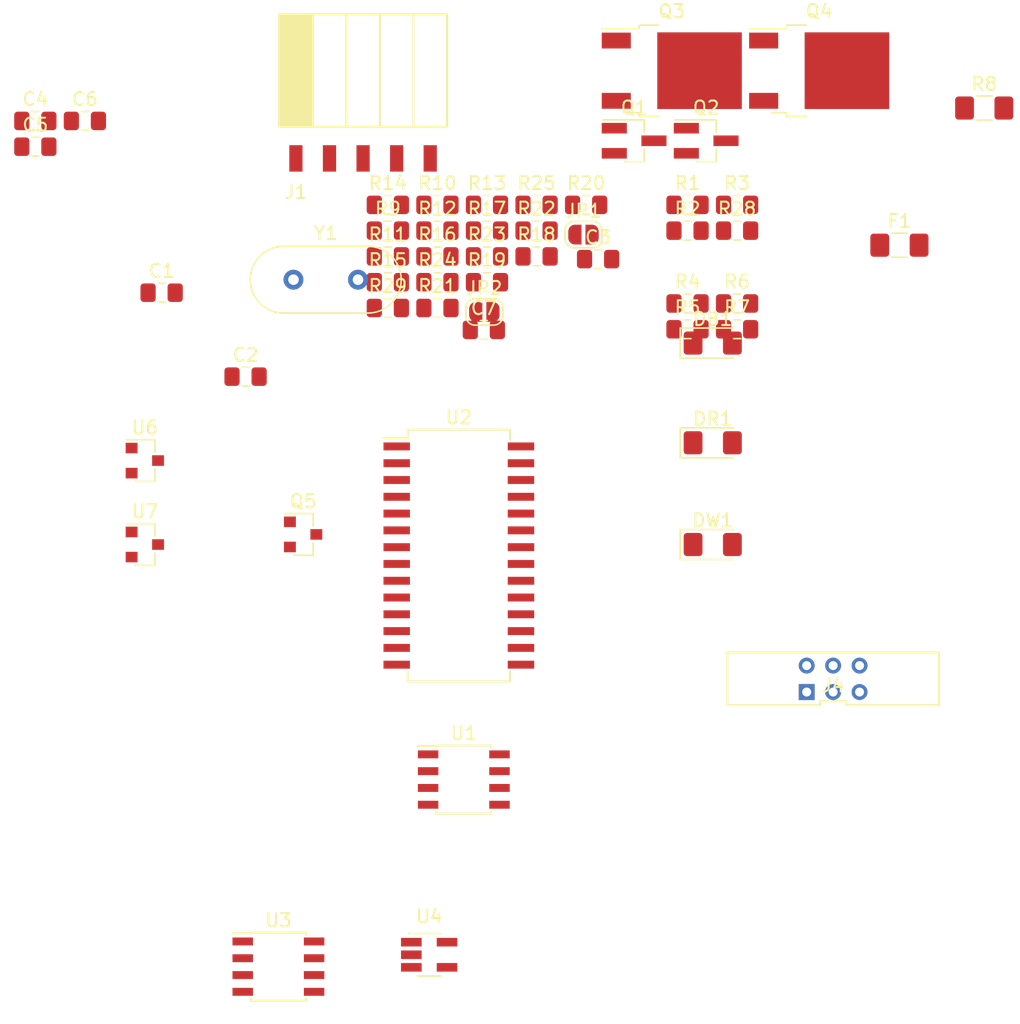
<source format=kicad_pcb>
(kicad_pcb (version 20171130) (host pcbnew "(5.0.1)-3")

  (general
    (thickness 1.6)
    (drawings 0)
    (tracks 0)
    (zones 0)
    (modules 54)
    (nets 56)
  )

  (page A4)
  (layers
    (0 F.Cu signal)
    (31 B.Cu signal)
    (32 B.Adhes user)
    (33 F.Adhes user)
    (34 B.Paste user)
    (35 F.Paste user)
    (36 B.SilkS user)
    (37 F.SilkS user)
    (38 B.Mask user)
    (39 F.Mask user)
    (40 Dwgs.User user)
    (41 Cmts.User user)
    (42 Eco1.User user)
    (43 Eco2.User user)
    (44 Edge.Cuts user)
    (45 Margin user)
    (46 B.CrtYd user)
    (47 F.CrtYd user)
    (48 B.Fab user)
    (49 F.Fab user)
  )

  (setup
    (last_trace_width 0.25)
    (trace_clearance 0.2)
    (zone_clearance 0.508)
    (zone_45_only no)
    (trace_min 0.2)
    (segment_width 0.2)
    (edge_width 0.15)
    (via_size 0.8)
    (via_drill 0.4)
    (via_min_size 0.4)
    (via_min_drill 0.3)
    (uvia_size 0.3)
    (uvia_drill 0.1)
    (uvias_allowed no)
    (uvia_min_size 0.2)
    (uvia_min_drill 0.1)
    (pcb_text_width 0.3)
    (pcb_text_size 1.5 1.5)
    (mod_edge_width 0.15)
    (mod_text_size 1 1)
    (mod_text_width 0.15)
    (pad_size 1.524 1.524)
    (pad_drill 0.762)
    (pad_to_mask_clearance 0.051)
    (solder_mask_min_width 0.25)
    (aux_axis_origin 0 0)
    (visible_elements 7FFFFFFF)
    (pcbplotparams
      (layerselection 0x010fc_ffffffff)
      (usegerberextensions false)
      (usegerberattributes false)
      (usegerberadvancedattributes false)
      (creategerberjobfile false)
      (excludeedgelayer true)
      (linewidth 0.100000)
      (plotframeref false)
      (viasonmask false)
      (mode 1)
      (useauxorigin false)
      (hpglpennumber 1)
      (hpglpenspeed 20)
      (hpglpendiameter 15.000000)
      (psnegative false)
      (psa4output false)
      (plotreference true)
      (plotvalue true)
      (plotinvisibletext false)
      (padsonsilk false)
      (subtractmaskfromsilk false)
      (outputformat 1)
      (mirror false)
      (drillshape 1)
      (scaleselection 1)
      (outputdirectory ""))
  )

  (net 0 "")
  (net 1 "Net-(A1-Pad2)")
  (net 2 "Net-(A1-Pad4)")
  (net 3 /altimeters/SL_TX)
  (net 4 "Net-(D4-Pad1)")
  (net 5 +BATT)
  (net 6 GND)
  (net 7 "Net-(D5-Pad1)")
  (net 8 +5V)
  (net 9 "Net-(DB1-Pad1)")
  (net 10 "Net-(DR1-Pad1)")
  (net 11 "Net-(DW1-Pad1)")
  (net 12 /~MCLR)
  (net 13 /power/VBAT1)
  (net 14 /power/VBAT2)
  (net 15 /power/CURR_AMP)
  (net 16 "Net-(U2-Pad5)")
  (net 17 "Net-(U2-Pad6)")
  (net 18 "Net-(U2-Pad7)")
  (net 19 /OSC1)
  (net 20 /OSC2)
  (net 21 /CAN_TX)
  (net 22 /CAN_RX)
  (net 23 /altimeters/A2_ARM)
  (net 24 /altimeters/SL_ARM)
  (net 25 /LED1)
  (net 26 /LED2)
  (net 27 /LED3)
  (net 28 /altimeters/A2_DROGUE)
  (net 29 /altimeters/A2_MAIN)
  (net 30 /altimeters/A1_DROGUE)
  (net 31 /altimeters/A1_MAIN)
  (net 32 "Net-(BZ3-Pad1)")
  (net 33 "Net-(U2-Pad26)")
  (net 34 /ICSPCLK)
  (net 35 /ICSPDAT)
  (net 36 "Net-(D1-Pad2)")
  (net 37 CANL)
  (net 38 CANH)
  (net 39 "Net-(C4-Pad1)")
  (net 40 "Net-(U3-Pad4)")
  (net 41 "Net-(U3-Pad5)")
  (net 42 "Net-(F1-Pad1)")
  (net 43 "Net-(D3-Pad2)")
  (net 44 /altimeters/A2_POW)
  (net 45 "Net-(A1-Pad~)")
  (net 46 "Net-(D4-Pad2)")
  (net 47 "Net-(D5-Pad2)")
  (net 48 "Net-(Q1-Pad1)")
  (net 49 "Net-(Q2-Pad1)")
  (net 50 "Net-(Q2-Pad3)")
  (net 51 "Net-(Q1-Pad3)")
  (net 52 /altimeters/M1_PYRO)
  (net 53 /altimeters/D1_PYRO)
  (net 54 "Net-(F1-Pad2)")
  (net 55 "Net-(J4-Pad5)")

  (net_class Default "This is the default net class."
    (clearance 0.2)
    (trace_width 0.25)
    (via_dia 0.8)
    (via_drill 0.4)
    (uvia_dia 0.3)
    (uvia_drill 0.1)
    (add_net +5V)
    (add_net +BATT)
    (add_net /CAN_RX)
    (add_net /CAN_TX)
    (add_net /ICSPCLK)
    (add_net /ICSPDAT)
    (add_net /LED1)
    (add_net /LED2)
    (add_net /LED3)
    (add_net /OSC1)
    (add_net /OSC2)
    (add_net /altimeters/A1_DROGUE)
    (add_net /altimeters/A1_MAIN)
    (add_net /altimeters/A2_ARM)
    (add_net /altimeters/A2_DROGUE)
    (add_net /altimeters/A2_MAIN)
    (add_net /altimeters/A2_POW)
    (add_net /altimeters/D1_PYRO)
    (add_net /altimeters/M1_PYRO)
    (add_net /altimeters/SL_ARM)
    (add_net /altimeters/SL_TX)
    (add_net /power/CURR_AMP)
    (add_net /power/VBAT1)
    (add_net /power/VBAT2)
    (add_net /~MCLR)
    (add_net CANH)
    (add_net CANL)
    (add_net GND)
    (add_net "Net-(A1-Pad2)")
    (add_net "Net-(A1-Pad4)")
    (add_net "Net-(A1-Pad~)")
    (add_net "Net-(BZ3-Pad1)")
    (add_net "Net-(C4-Pad1)")
    (add_net "Net-(D1-Pad2)")
    (add_net "Net-(D3-Pad2)")
    (add_net "Net-(D4-Pad1)")
    (add_net "Net-(D4-Pad2)")
    (add_net "Net-(D5-Pad1)")
    (add_net "Net-(D5-Pad2)")
    (add_net "Net-(DB1-Pad1)")
    (add_net "Net-(DR1-Pad1)")
    (add_net "Net-(DW1-Pad1)")
    (add_net "Net-(F1-Pad1)")
    (add_net "Net-(F1-Pad2)")
    (add_net "Net-(J4-Pad5)")
    (add_net "Net-(Q1-Pad1)")
    (add_net "Net-(Q1-Pad3)")
    (add_net "Net-(Q2-Pad1)")
    (add_net "Net-(Q2-Pad3)")
    (add_net "Net-(U2-Pad26)")
    (add_net "Net-(U2-Pad5)")
    (add_net "Net-(U2-Pad6)")
    (add_net "Net-(U2-Pad7)")
    (add_net "Net-(U3-Pad4)")
    (add_net "Net-(U3-Pad5)")
  )

  (module Package_TO_SOT_SMD:SOT-23 (layer F.Cu) (tedit 5A02FF57) (tstamp 5DFCEFA8)
    (at 152.945001 53.845001)
    (descr "SOT-23, Standard")
    (tags SOT-23)
    (path /5DA13D99/5DCAB04B)
    (attr smd)
    (fp_text reference Q5 (at 0 -2.5) (layer F.SilkS)
      (effects (font (size 1 1) (thickness 0.15)))
    )
    (fp_text value BSS138 (at 0 2.5) (layer F.Fab)
      (effects (font (size 1 1) (thickness 0.15)))
    )
    (fp_text user %R (at 0 0 90) (layer F.Fab)
      (effects (font (size 0.5 0.5) (thickness 0.075)))
    )
    (fp_line (start -0.7 -0.95) (end -0.7 1.5) (layer F.Fab) (width 0.1))
    (fp_line (start -0.15 -1.52) (end 0.7 -1.52) (layer F.Fab) (width 0.1))
    (fp_line (start -0.7 -0.95) (end -0.15 -1.52) (layer F.Fab) (width 0.1))
    (fp_line (start 0.7 -1.52) (end 0.7 1.52) (layer F.Fab) (width 0.1))
    (fp_line (start -0.7 1.52) (end 0.7 1.52) (layer F.Fab) (width 0.1))
    (fp_line (start 0.76 1.58) (end 0.76 0.65) (layer F.SilkS) (width 0.12))
    (fp_line (start 0.76 -1.58) (end 0.76 -0.65) (layer F.SilkS) (width 0.12))
    (fp_line (start -1.7 -1.75) (end 1.7 -1.75) (layer F.CrtYd) (width 0.05))
    (fp_line (start 1.7 -1.75) (end 1.7 1.75) (layer F.CrtYd) (width 0.05))
    (fp_line (start 1.7 1.75) (end -1.7 1.75) (layer F.CrtYd) (width 0.05))
    (fp_line (start -1.7 1.75) (end -1.7 -1.75) (layer F.CrtYd) (width 0.05))
    (fp_line (start 0.76 -1.58) (end -1.4 -1.58) (layer F.SilkS) (width 0.12))
    (fp_line (start 0.76 1.58) (end -0.7 1.58) (layer F.SilkS) (width 0.12))
    (pad 1 smd rect (at -1 -0.95) (size 0.9 0.8) (layers F.Cu F.Paste F.Mask)
      (net 1 "Net-(A1-Pad2)"))
    (pad 2 smd rect (at -1 0.95) (size 0.9 0.8) (layers F.Cu F.Paste F.Mask)
      (net 2 "Net-(A1-Pad4)"))
    (pad 3 smd rect (at 1 0) (size 0.9 0.8) (layers F.Cu F.Paste F.Mask)
      (net 3 /altimeters/SL_TX))
    (model ${KISYS3DMOD}/Package_TO_SOT_SMD.3dshapes/SOT-23.wrl
      (at (xyz 0 0 0))
      (scale (xyz 1 1 1))
      (rotate (xyz 0 0 0))
    )
  )

  (module Package_TO_SOT_SMD:SOT-23 (layer F.Cu) (tedit 5A02FF57) (tstamp 5DFCEFBD)
    (at 140.97 48.26)
    (descr "SOT-23, Standard")
    (tags SOT-23)
    (path /5DA13C95/5DC4E792)
    (attr smd)
    (fp_text reference U6 (at 0 -2.5) (layer F.SilkS)
      (effects (font (size 1 1) (thickness 0.15)))
    )
    (fp_text value "Mag Switch" (at 0 2.5) (layer F.Fab)
      (effects (font (size 1 1) (thickness 0.15)))
    )
    (fp_text user %R (at 0 0 90) (layer F.Fab)
      (effects (font (size 0.5 0.5) (thickness 0.075)))
    )
    (fp_line (start -0.7 -0.95) (end -0.7 1.5) (layer F.Fab) (width 0.1))
    (fp_line (start -0.15 -1.52) (end 0.7 -1.52) (layer F.Fab) (width 0.1))
    (fp_line (start -0.7 -0.95) (end -0.15 -1.52) (layer F.Fab) (width 0.1))
    (fp_line (start 0.7 -1.52) (end 0.7 1.52) (layer F.Fab) (width 0.1))
    (fp_line (start -0.7 1.52) (end 0.7 1.52) (layer F.Fab) (width 0.1))
    (fp_line (start 0.76 1.58) (end 0.76 0.65) (layer F.SilkS) (width 0.12))
    (fp_line (start 0.76 -1.58) (end 0.76 -0.65) (layer F.SilkS) (width 0.12))
    (fp_line (start -1.7 -1.75) (end 1.7 -1.75) (layer F.CrtYd) (width 0.05))
    (fp_line (start 1.7 -1.75) (end 1.7 1.75) (layer F.CrtYd) (width 0.05))
    (fp_line (start 1.7 1.75) (end -1.7 1.75) (layer F.CrtYd) (width 0.05))
    (fp_line (start -1.7 1.75) (end -1.7 -1.75) (layer F.CrtYd) (width 0.05))
    (fp_line (start 0.76 -1.58) (end -1.4 -1.58) (layer F.SilkS) (width 0.12))
    (fp_line (start 0.76 1.58) (end -0.7 1.58) (layer F.SilkS) (width 0.12))
    (pad 1 smd rect (at -1 -0.95) (size 0.9 0.8) (layers F.Cu F.Paste F.Mask)
      (net 4 "Net-(D4-Pad1)"))
    (pad 2 smd rect (at -1 0.95) (size 0.9 0.8) (layers F.Cu F.Paste F.Mask)
      (net 5 +BATT))
    (pad 3 smd rect (at 1 0) (size 0.9 0.8) (layers F.Cu F.Paste F.Mask)
      (net 6 GND))
    (model ${KISYS3DMOD}/Package_TO_SOT_SMD.3dshapes/SOT-23.wrl
      (at (xyz 0 0 0))
      (scale (xyz 1 1 1))
      (rotate (xyz 0 0 0))
    )
  )

  (module Package_TO_SOT_SMD:SOT-23 (layer F.Cu) (tedit 5A02FF57) (tstamp 5DFCF4E1)
    (at 140.97 54.61)
    (descr "SOT-23, Standard")
    (tags SOT-23)
    (path /5DA13C95/5DC49D42)
    (attr smd)
    (fp_text reference U7 (at 0 -2.5) (layer F.SilkS)
      (effects (font (size 1 1) (thickness 0.15)))
    )
    (fp_text value "Mag Switch" (at 0 2.5) (layer F.Fab)
      (effects (font (size 1 1) (thickness 0.15)))
    )
    (fp_line (start 0.76 1.58) (end -0.7 1.58) (layer F.SilkS) (width 0.12))
    (fp_line (start 0.76 -1.58) (end -1.4 -1.58) (layer F.SilkS) (width 0.12))
    (fp_line (start -1.7 1.75) (end -1.7 -1.75) (layer F.CrtYd) (width 0.05))
    (fp_line (start 1.7 1.75) (end -1.7 1.75) (layer F.CrtYd) (width 0.05))
    (fp_line (start 1.7 -1.75) (end 1.7 1.75) (layer F.CrtYd) (width 0.05))
    (fp_line (start -1.7 -1.75) (end 1.7 -1.75) (layer F.CrtYd) (width 0.05))
    (fp_line (start 0.76 -1.58) (end 0.76 -0.65) (layer F.SilkS) (width 0.12))
    (fp_line (start 0.76 1.58) (end 0.76 0.65) (layer F.SilkS) (width 0.12))
    (fp_line (start -0.7 1.52) (end 0.7 1.52) (layer F.Fab) (width 0.1))
    (fp_line (start 0.7 -1.52) (end 0.7 1.52) (layer F.Fab) (width 0.1))
    (fp_line (start -0.7 -0.95) (end -0.15 -1.52) (layer F.Fab) (width 0.1))
    (fp_line (start -0.15 -1.52) (end 0.7 -1.52) (layer F.Fab) (width 0.1))
    (fp_line (start -0.7 -0.95) (end -0.7 1.5) (layer F.Fab) (width 0.1))
    (fp_text user %R (at 0 0 90) (layer F.Fab)
      (effects (font (size 0.5 0.5) (thickness 0.075)))
    )
    (pad 3 smd rect (at 1 0) (size 0.9 0.8) (layers F.Cu F.Paste F.Mask)
      (net 6 GND))
    (pad 2 smd rect (at -1 0.95) (size 0.9 0.8) (layers F.Cu F.Paste F.Mask)
      (net 5 +BATT))
    (pad 1 smd rect (at -1 -0.95) (size 0.9 0.8) (layers F.Cu F.Paste F.Mask)
      (net 7 "Net-(D5-Pad1)"))
    (model ${KISYS3DMOD}/Package_TO_SOT_SMD.3dshapes/SOT-23.wrl
      (at (xyz 0 0 0))
      (scale (xyz 1 1 1))
      (rotate (xyz 0 0 0))
    )
  )

  (module LED_SMD:LED_1206_3216Metric_Pad1.42x1.75mm_HandSolder (layer F.Cu) (tedit 5B4B45C9) (tstamp 5DFCF266)
    (at 183.9325 39.37)
    (descr "LED SMD 1206 (3216 Metric), square (rectangular) end terminal, IPC_7351 nominal, (Body size source: http://www.tortai-tech.com/upload/download/2011102023233369053.pdf), generated with kicad-footprint-generator")
    (tags "LED handsolder")
    (path /5DAA89D1)
    (attr smd)
    (fp_text reference DB1 (at 0 -1.82) (layer F.SilkS)
      (effects (font (size 1 1) (thickness 0.15)))
    )
    (fp_text value LED (at 0 1.82) (layer F.Fab)
      (effects (font (size 1 1) (thickness 0.15)))
    )
    (fp_text user %R (at 0 0) (layer F.Fab)
      (effects (font (size 0.8 0.8) (thickness 0.12)))
    )
    (fp_line (start 2.45 1.12) (end -2.45 1.12) (layer F.CrtYd) (width 0.05))
    (fp_line (start 2.45 -1.12) (end 2.45 1.12) (layer F.CrtYd) (width 0.05))
    (fp_line (start -2.45 -1.12) (end 2.45 -1.12) (layer F.CrtYd) (width 0.05))
    (fp_line (start -2.45 1.12) (end -2.45 -1.12) (layer F.CrtYd) (width 0.05))
    (fp_line (start -2.46 1.135) (end 1.6 1.135) (layer F.SilkS) (width 0.12))
    (fp_line (start -2.46 -1.135) (end -2.46 1.135) (layer F.SilkS) (width 0.12))
    (fp_line (start 1.6 -1.135) (end -2.46 -1.135) (layer F.SilkS) (width 0.12))
    (fp_line (start 1.6 0.8) (end 1.6 -0.8) (layer F.Fab) (width 0.1))
    (fp_line (start -1.6 0.8) (end 1.6 0.8) (layer F.Fab) (width 0.1))
    (fp_line (start -1.6 -0.4) (end -1.6 0.8) (layer F.Fab) (width 0.1))
    (fp_line (start -1.2 -0.8) (end -1.6 -0.4) (layer F.Fab) (width 0.1))
    (fp_line (start 1.6 -0.8) (end -1.2 -0.8) (layer F.Fab) (width 0.1))
    (pad 2 smd roundrect (at 1.4875 0) (size 1.425 1.75) (layers F.Cu F.Paste F.Mask) (roundrect_rratio 0.175439)
      (net 8 +5V))
    (pad 1 smd roundrect (at -1.4875 0) (size 1.425 1.75) (layers F.Cu F.Paste F.Mask) (roundrect_rratio 0.175439)
      (net 9 "Net-(DB1-Pad1)"))
    (model ${KISYS3DMOD}/LED_SMD.3dshapes/LED_1206_3216Metric.wrl
      (at (xyz 0 0 0))
      (scale (xyz 1 1 1))
      (rotate (xyz 0 0 0))
    )
  )

  (module LED_SMD:LED_1206_3216Metric_Pad1.42x1.75mm_HandSolder (layer F.Cu) (tedit 5B4B45C9) (tstamp 5DFCF279)
    (at 183.9325 46.915001)
    (descr "LED SMD 1206 (3216 Metric), square (rectangular) end terminal, IPC_7351 nominal, (Body size source: http://www.tortai-tech.com/upload/download/2011102023233369053.pdf), generated with kicad-footprint-generator")
    (tags "LED handsolder")
    (path /5DAA8A2E)
    (attr smd)
    (fp_text reference DR1 (at 0 -1.82) (layer F.SilkS)
      (effects (font (size 1 1) (thickness 0.15)))
    )
    (fp_text value LED (at 0 1.82) (layer F.Fab)
      (effects (font (size 1 1) (thickness 0.15)))
    )
    (fp_line (start 1.6 -0.8) (end -1.2 -0.8) (layer F.Fab) (width 0.1))
    (fp_line (start -1.2 -0.8) (end -1.6 -0.4) (layer F.Fab) (width 0.1))
    (fp_line (start -1.6 -0.4) (end -1.6 0.8) (layer F.Fab) (width 0.1))
    (fp_line (start -1.6 0.8) (end 1.6 0.8) (layer F.Fab) (width 0.1))
    (fp_line (start 1.6 0.8) (end 1.6 -0.8) (layer F.Fab) (width 0.1))
    (fp_line (start 1.6 -1.135) (end -2.46 -1.135) (layer F.SilkS) (width 0.12))
    (fp_line (start -2.46 -1.135) (end -2.46 1.135) (layer F.SilkS) (width 0.12))
    (fp_line (start -2.46 1.135) (end 1.6 1.135) (layer F.SilkS) (width 0.12))
    (fp_line (start -2.45 1.12) (end -2.45 -1.12) (layer F.CrtYd) (width 0.05))
    (fp_line (start -2.45 -1.12) (end 2.45 -1.12) (layer F.CrtYd) (width 0.05))
    (fp_line (start 2.45 -1.12) (end 2.45 1.12) (layer F.CrtYd) (width 0.05))
    (fp_line (start 2.45 1.12) (end -2.45 1.12) (layer F.CrtYd) (width 0.05))
    (fp_text user %R (at 0 0) (layer F.Fab)
      (effects (font (size 0.8 0.8) (thickness 0.12)))
    )
    (pad 1 smd roundrect (at -1.4875 0) (size 1.425 1.75) (layers F.Cu F.Paste F.Mask) (roundrect_rratio 0.175439)
      (net 10 "Net-(DR1-Pad1)"))
    (pad 2 smd roundrect (at 1.4875 0) (size 1.425 1.75) (layers F.Cu F.Paste F.Mask) (roundrect_rratio 0.175439)
      (net 8 +5V))
    (model ${KISYS3DMOD}/LED_SMD.3dshapes/LED_1206_3216Metric.wrl
      (at (xyz 0 0 0))
      (scale (xyz 1 1 1))
      (rotate (xyz 0 0 0))
    )
  )

  (module LED_SMD:LED_1206_3216Metric_Pad1.42x1.75mm_HandSolder (layer F.Cu) (tedit 5B4B45C9) (tstamp 5DFCF28C)
    (at 183.9325 54.61)
    (descr "LED SMD 1206 (3216 Metric), square (rectangular) end terminal, IPC_7351 nominal, (Body size source: http://www.tortai-tech.com/upload/download/2011102023233369053.pdf), generated with kicad-footprint-generator")
    (tags "LED handsolder")
    (path /5DAA8959)
    (attr smd)
    (fp_text reference DW1 (at 0 -1.82) (layer F.SilkS)
      (effects (font (size 1 1) (thickness 0.15)))
    )
    (fp_text value LED (at 0 1.82) (layer F.Fab)
      (effects (font (size 1 1) (thickness 0.15)))
    )
    (fp_line (start 1.6 -0.8) (end -1.2 -0.8) (layer F.Fab) (width 0.1))
    (fp_line (start -1.2 -0.8) (end -1.6 -0.4) (layer F.Fab) (width 0.1))
    (fp_line (start -1.6 -0.4) (end -1.6 0.8) (layer F.Fab) (width 0.1))
    (fp_line (start -1.6 0.8) (end 1.6 0.8) (layer F.Fab) (width 0.1))
    (fp_line (start 1.6 0.8) (end 1.6 -0.8) (layer F.Fab) (width 0.1))
    (fp_line (start 1.6 -1.135) (end -2.46 -1.135) (layer F.SilkS) (width 0.12))
    (fp_line (start -2.46 -1.135) (end -2.46 1.135) (layer F.SilkS) (width 0.12))
    (fp_line (start -2.46 1.135) (end 1.6 1.135) (layer F.SilkS) (width 0.12))
    (fp_line (start -2.45 1.12) (end -2.45 -1.12) (layer F.CrtYd) (width 0.05))
    (fp_line (start -2.45 -1.12) (end 2.45 -1.12) (layer F.CrtYd) (width 0.05))
    (fp_line (start 2.45 -1.12) (end 2.45 1.12) (layer F.CrtYd) (width 0.05))
    (fp_line (start 2.45 1.12) (end -2.45 1.12) (layer F.CrtYd) (width 0.05))
    (fp_text user %R (at 0 0) (layer F.Fab)
      (effects (font (size 0.8 0.8) (thickness 0.12)))
    )
    (pad 1 smd roundrect (at -1.4875 0) (size 1.425 1.75) (layers F.Cu F.Paste F.Mask) (roundrect_rratio 0.175439)
      (net 11 "Net-(DW1-Pad1)"))
    (pad 2 smd roundrect (at 1.4875 0) (size 1.425 1.75) (layers F.Cu F.Paste F.Mask) (roundrect_rratio 0.175439)
      (net 8 +5V))
    (model ${KISYS3DMOD}/LED_SMD.3dshapes/LED_1206_3216Metric.wrl
      (at (xyz 0 0 0))
      (scale (xyz 1 1 1))
      (rotate (xyz 0 0 0))
    )
  )

  (module Package_SO:SOIC-28W_7.5x18.7mm_P1.27mm (layer F.Cu) (tedit 5A02F2D3) (tstamp 5DFCF2BD)
    (at 164.725001 55.445001)
    (descr "28-Lead Plastic Small Outline (SO) - Wide, 7.50 mm X 18.7 mm Body [SOIC] (https://www.akm.com/akm/en/file/datasheet/AK5394AVS.pdf)")
    (tags "SOIC 1.27")
    (path /5D8FD23F)
    (attr smd)
    (fp_text reference U2 (at 0 -10.45) (layer F.SilkS)
      (effects (font (size 1 1) (thickness 0.15)))
    )
    (fp_text value PIC18F26K83 (at 0 10.45) (layer F.Fab)
      (effects (font (size 1 1) (thickness 0.15)))
    )
    (fp_text user %R (at 0 0) (layer F.Fab)
      (effects (font (size 1 1) (thickness 0.15)))
    )
    (fp_line (start -2.75 -9.35) (end 3.75 -9.35) (layer F.Fab) (width 0.15))
    (fp_line (start 3.75 -9.35) (end 3.75 9.35) (layer F.Fab) (width 0.15))
    (fp_line (start 3.75 9.35) (end -3.75 9.35) (layer F.Fab) (width 0.15))
    (fp_line (start -3.75 9.35) (end -3.75 -8.35) (layer F.Fab) (width 0.15))
    (fp_line (start -3.75 -8.35) (end -2.75 -9.35) (layer F.Fab) (width 0.15))
    (fp_line (start -5.95 -9.7) (end -5.95 9.7) (layer F.CrtYd) (width 0.05))
    (fp_line (start 5.95 -9.7) (end 5.95 9.7) (layer F.CrtYd) (width 0.05))
    (fp_line (start -5.95 -9.7) (end 5.95 -9.7) (layer F.CrtYd) (width 0.05))
    (fp_line (start -5.95 9.7) (end 5.95 9.7) (layer F.CrtYd) (width 0.05))
    (fp_line (start -3.875 -9.525) (end -3.875 -8.875) (layer F.SilkS) (width 0.15))
    (fp_line (start 3.875 -9.525) (end 3.875 -8.78) (layer F.SilkS) (width 0.15))
    (fp_line (start 3.875 9.525) (end 3.875 8.78) (layer F.SilkS) (width 0.15))
    (fp_line (start -3.875 9.525) (end -3.875 8.78) (layer F.SilkS) (width 0.15))
    (fp_line (start -3.875 -9.525) (end 3.875 -9.525) (layer F.SilkS) (width 0.15))
    (fp_line (start -3.875 9.525) (end 3.875 9.525) (layer F.SilkS) (width 0.15))
    (fp_line (start -3.875 -8.875) (end -5.7 -8.875) (layer F.SilkS) (width 0.15))
    (pad 1 smd rect (at -4.7 -8.255) (size 2 0.6) (layers F.Cu F.Paste F.Mask)
      (net 12 /~MCLR))
    (pad 2 smd rect (at -4.7 -6.985) (size 2 0.6) (layers F.Cu F.Paste F.Mask)
      (net 13 /power/VBAT1))
    (pad 3 smd rect (at -4.7 -5.715) (size 2 0.6) (layers F.Cu F.Paste F.Mask)
      (net 14 /power/VBAT2))
    (pad 4 smd rect (at -4.7 -4.445) (size 2 0.6) (layers F.Cu F.Paste F.Mask)
      (net 15 /power/CURR_AMP))
    (pad 5 smd rect (at -4.7 -3.175) (size 2 0.6) (layers F.Cu F.Paste F.Mask)
      (net 16 "Net-(U2-Pad5)"))
    (pad 6 smd rect (at -4.7 -1.905) (size 2 0.6) (layers F.Cu F.Paste F.Mask)
      (net 17 "Net-(U2-Pad6)"))
    (pad 7 smd rect (at -4.7 -0.635) (size 2 0.6) (layers F.Cu F.Paste F.Mask)
      (net 18 "Net-(U2-Pad7)"))
    (pad 8 smd rect (at -4.7 0.635) (size 2 0.6) (layers F.Cu F.Paste F.Mask)
      (net 6 GND))
    (pad 9 smd rect (at -4.7 1.905) (size 2 0.6) (layers F.Cu F.Paste F.Mask)
      (net 19 /OSC1))
    (pad 10 smd rect (at -4.7 3.175) (size 2 0.6) (layers F.Cu F.Paste F.Mask)
      (net 20 /OSC2))
    (pad 11 smd rect (at -4.7 4.445) (size 2 0.6) (layers F.Cu F.Paste F.Mask)
      (net 21 /CAN_TX))
    (pad 12 smd rect (at -4.7 5.715) (size 2 0.6) (layers F.Cu F.Paste F.Mask)
      (net 22 /CAN_RX))
    (pad 13 smd rect (at -4.7 6.985) (size 2 0.6) (layers F.Cu F.Paste F.Mask)
      (net 23 /altimeters/A2_ARM))
    (pad 14 smd rect (at -4.7 8.255) (size 2 0.6) (layers F.Cu F.Paste F.Mask)
      (net 24 /altimeters/SL_ARM))
    (pad 15 smd rect (at 4.7 8.255) (size 2 0.6) (layers F.Cu F.Paste F.Mask)
      (net 3 /altimeters/SL_TX))
    (pad 16 smd rect (at 4.7 6.985) (size 2 0.6) (layers F.Cu F.Paste F.Mask)
      (net 25 /LED1))
    (pad 17 smd rect (at 4.7 5.715) (size 2 0.6) (layers F.Cu F.Paste F.Mask)
      (net 26 /LED2))
    (pad 18 smd rect (at 4.7 4.445) (size 2 0.6) (layers F.Cu F.Paste F.Mask)
      (net 27 /LED3))
    (pad 19 smd rect (at 4.7 3.175) (size 2 0.6) (layers F.Cu F.Paste F.Mask)
      (net 6 GND))
    (pad 20 smd rect (at 4.7 1.905) (size 2 0.6) (layers F.Cu F.Paste F.Mask)
      (net 8 +5V))
    (pad 21 smd rect (at 4.7 0.635) (size 2 0.6) (layers F.Cu F.Paste F.Mask)
      (net 28 /altimeters/A2_DROGUE))
    (pad 22 smd rect (at 4.7 -0.635) (size 2 0.6) (layers F.Cu F.Paste F.Mask)
      (net 29 /altimeters/A2_MAIN))
    (pad 23 smd rect (at 4.7 -1.905) (size 2 0.6) (layers F.Cu F.Paste F.Mask)
      (net 30 /altimeters/A1_DROGUE))
    (pad 24 smd rect (at 4.7 -3.175) (size 2 0.6) (layers F.Cu F.Paste F.Mask)
      (net 31 /altimeters/A1_MAIN))
    (pad 25 smd rect (at 4.7 -4.445) (size 2 0.6) (layers F.Cu F.Paste F.Mask)
      (net 32 "Net-(BZ3-Pad1)"))
    (pad 26 smd rect (at 4.7 -5.715) (size 2 0.6) (layers F.Cu F.Paste F.Mask)
      (net 33 "Net-(U2-Pad26)"))
    (pad 27 smd rect (at 4.7 -6.985) (size 2 0.6) (layers F.Cu F.Paste F.Mask)
      (net 34 /ICSPCLK))
    (pad 28 smd rect (at 4.7 -8.255) (size 2 0.6) (layers F.Cu F.Paste F.Mask)
      (net 35 /ICSPDAT))
    (model ${KISYS3DMOD}/Package_SO.3dshapes/SOIC-28W_7.5x18.7mm_P1.27mm.wrl
      (at (xyz 0 0 0))
      (scale (xyz 1 1 1))
      (rotate (xyz 0 0 0))
    )
  )

  (module Capacitor_SMD:C_0805_2012Metric_Pad1.15x1.40mm_HandSolder (layer F.Cu) (tedit 5B36C52B) (tstamp 5DFDA873)
    (at 142.24 35.56)
    (descr "Capacitor SMD 0805 (2012 Metric), square (rectangular) end terminal, IPC_7351 nominal with elongated pad for handsoldering. (Body size source: https://docs.google.com/spreadsheets/d/1BsfQQcO9C6DZCsRaXUlFlo91Tg2WpOkGARC1WS5S8t0/edit?usp=sharing), generated with kicad-footprint-generator")
    (tags "capacitor handsolder")
    (path /5D8FD6F4)
    (attr smd)
    (fp_text reference C1 (at 0 -1.65) (layer F.SilkS)
      (effects (font (size 1 1) (thickness 0.15)))
    )
    (fp_text value 26pF (at 0 1.65) (layer F.Fab)
      (effects (font (size 1 1) (thickness 0.15)))
    )
    (fp_line (start -1 0.6) (end -1 -0.6) (layer F.Fab) (width 0.1))
    (fp_line (start -1 -0.6) (end 1 -0.6) (layer F.Fab) (width 0.1))
    (fp_line (start 1 -0.6) (end 1 0.6) (layer F.Fab) (width 0.1))
    (fp_line (start 1 0.6) (end -1 0.6) (layer F.Fab) (width 0.1))
    (fp_line (start -0.261252 -0.71) (end 0.261252 -0.71) (layer F.SilkS) (width 0.12))
    (fp_line (start -0.261252 0.71) (end 0.261252 0.71) (layer F.SilkS) (width 0.12))
    (fp_line (start -1.85 0.95) (end -1.85 -0.95) (layer F.CrtYd) (width 0.05))
    (fp_line (start -1.85 -0.95) (end 1.85 -0.95) (layer F.CrtYd) (width 0.05))
    (fp_line (start 1.85 -0.95) (end 1.85 0.95) (layer F.CrtYd) (width 0.05))
    (fp_line (start 1.85 0.95) (end -1.85 0.95) (layer F.CrtYd) (width 0.05))
    (fp_text user %R (at 0 0) (layer F.Fab)
      (effects (font (size 0.5 0.5) (thickness 0.08)))
    )
    (pad 1 smd roundrect (at -1.025 0) (size 1.15 1.4) (layers F.Cu F.Paste F.Mask) (roundrect_rratio 0.217391)
      (net 19 /OSC1))
    (pad 2 smd roundrect (at 1.025 0) (size 1.15 1.4) (layers F.Cu F.Paste F.Mask) (roundrect_rratio 0.217391)
      (net 6 GND))
    (model ${KISYS3DMOD}/Capacitor_SMD.3dshapes/C_0805_2012Metric.wrl
      (at (xyz 0 0 0))
      (scale (xyz 1 1 1))
      (rotate (xyz 0 0 0))
    )
  )

  (module Capacitor_SMD:C_0805_2012Metric_Pad1.15x1.40mm_HandSolder (layer F.Cu) (tedit 5B36C52B) (tstamp 5DFDA884)
    (at 148.59 41.91)
    (descr "Capacitor SMD 0805 (2012 Metric), square (rectangular) end terminal, IPC_7351 nominal with elongated pad for handsoldering. (Body size source: https://docs.google.com/spreadsheets/d/1BsfQQcO9C6DZCsRaXUlFlo91Tg2WpOkGARC1WS5S8t0/edit?usp=sharing), generated with kicad-footprint-generator")
    (tags "capacitor handsolder")
    (path /5D8FD755)
    (attr smd)
    (fp_text reference C2 (at 0 -1.65) (layer F.SilkS)
      (effects (font (size 1 1) (thickness 0.15)))
    )
    (fp_text value 26pF (at 0 1.65) (layer F.Fab)
      (effects (font (size 1 1) (thickness 0.15)))
    )
    (fp_text user %R (at 0 0) (layer F.Fab)
      (effects (font (size 0.5 0.5) (thickness 0.08)))
    )
    (fp_line (start 1.85 0.95) (end -1.85 0.95) (layer F.CrtYd) (width 0.05))
    (fp_line (start 1.85 -0.95) (end 1.85 0.95) (layer F.CrtYd) (width 0.05))
    (fp_line (start -1.85 -0.95) (end 1.85 -0.95) (layer F.CrtYd) (width 0.05))
    (fp_line (start -1.85 0.95) (end -1.85 -0.95) (layer F.CrtYd) (width 0.05))
    (fp_line (start -0.261252 0.71) (end 0.261252 0.71) (layer F.SilkS) (width 0.12))
    (fp_line (start -0.261252 -0.71) (end 0.261252 -0.71) (layer F.SilkS) (width 0.12))
    (fp_line (start 1 0.6) (end -1 0.6) (layer F.Fab) (width 0.1))
    (fp_line (start 1 -0.6) (end 1 0.6) (layer F.Fab) (width 0.1))
    (fp_line (start -1 -0.6) (end 1 -0.6) (layer F.Fab) (width 0.1))
    (fp_line (start -1 0.6) (end -1 -0.6) (layer F.Fab) (width 0.1))
    (pad 2 smd roundrect (at 1.025 0) (size 1.15 1.4) (layers F.Cu F.Paste F.Mask) (roundrect_rratio 0.217391)
      (net 6 GND))
    (pad 1 smd roundrect (at -1.025 0) (size 1.15 1.4) (layers F.Cu F.Paste F.Mask) (roundrect_rratio 0.217391)
      (net 20 /OSC2))
    (model ${KISYS3DMOD}/Capacitor_SMD.3dshapes/C_0805_2012Metric.wrl
      (at (xyz 0 0 0))
      (scale (xyz 1 1 1))
      (rotate (xyz 0 0 0))
    )
  )

  (module Capacitor_SMD:C_0805_2012Metric_Pad1.15x1.40mm_HandSolder (layer F.Cu) (tedit 5B36C52B) (tstamp 5DFDA895)
    (at 166.615 38.375001)
    (descr "Capacitor SMD 0805 (2012 Metric), square (rectangular) end terminal, IPC_7351 nominal with elongated pad for handsoldering. (Body size source: https://docs.google.com/spreadsheets/d/1BsfQQcO9C6DZCsRaXUlFlo91Tg2WpOkGARC1WS5S8t0/edit?usp=sharing), generated with kicad-footprint-generator")
    (tags "capacitor handsolder")
    (path /5DBBA512)
    (attr smd)
    (fp_text reference C7 (at 0 -1.65) (layer F.SilkS)
      (effects (font (size 1 1) (thickness 0.15)))
    )
    (fp_text value 10uF (at 0 1.65) (layer F.Fab)
      (effects (font (size 1 1) (thickness 0.15)))
    )
    (fp_line (start -1 0.6) (end -1 -0.6) (layer F.Fab) (width 0.1))
    (fp_line (start -1 -0.6) (end 1 -0.6) (layer F.Fab) (width 0.1))
    (fp_line (start 1 -0.6) (end 1 0.6) (layer F.Fab) (width 0.1))
    (fp_line (start 1 0.6) (end -1 0.6) (layer F.Fab) (width 0.1))
    (fp_line (start -0.261252 -0.71) (end 0.261252 -0.71) (layer F.SilkS) (width 0.12))
    (fp_line (start -0.261252 0.71) (end 0.261252 0.71) (layer F.SilkS) (width 0.12))
    (fp_line (start -1.85 0.95) (end -1.85 -0.95) (layer F.CrtYd) (width 0.05))
    (fp_line (start -1.85 -0.95) (end 1.85 -0.95) (layer F.CrtYd) (width 0.05))
    (fp_line (start 1.85 -0.95) (end 1.85 0.95) (layer F.CrtYd) (width 0.05))
    (fp_line (start 1.85 0.95) (end -1.85 0.95) (layer F.CrtYd) (width 0.05))
    (fp_text user %R (at 0 0) (layer F.Fab)
      (effects (font (size 0.5 0.5) (thickness 0.08)))
    )
    (pad 1 smd roundrect (at -1.025 0) (size 1.15 1.4) (layers F.Cu F.Paste F.Mask) (roundrect_rratio 0.217391)
      (net 8 +5V))
    (pad 2 smd roundrect (at 1.025 0) (size 1.15 1.4) (layers F.Cu F.Paste F.Mask) (roundrect_rratio 0.217391)
      (net 6 GND))
    (model ${KISYS3DMOD}/Capacitor_SMD.3dshapes/C_0805_2012Metric.wrl
      (at (xyz 0 0 0))
      (scale (xyz 1 1 1))
      (rotate (xyz 0 0 0))
    )
  )

  (module Crystal:Crystal_HC49-4H_Vertical (layer F.Cu) (tedit 5A1AD3B7) (tstamp 5DFDA8AC)
    (at 152.215001 34.575001)
    (descr "Crystal THT HC-49-4H http://5hertz.com/pdfs/04404_D.pdf")
    (tags "THT crystalHC-49-4H")
    (path /5D8FD67B)
    (fp_text reference Y1 (at 2.44 -3.525) (layer F.SilkS)
      (effects (font (size 1 1) (thickness 0.15)))
    )
    (fp_text value Crystal (at 2.44 3.525) (layer F.Fab)
      (effects (font (size 1 1) (thickness 0.15)))
    )
    (fp_text user %R (at 2.44 0) (layer F.Fab)
      (effects (font (size 1 1) (thickness 0.15)))
    )
    (fp_line (start -0.76 -2.325) (end 5.64 -2.325) (layer F.Fab) (width 0.1))
    (fp_line (start -0.76 2.325) (end 5.64 2.325) (layer F.Fab) (width 0.1))
    (fp_line (start -0.56 -2) (end 5.44 -2) (layer F.Fab) (width 0.1))
    (fp_line (start -0.56 2) (end 5.44 2) (layer F.Fab) (width 0.1))
    (fp_line (start -0.76 -2.525) (end 5.64 -2.525) (layer F.SilkS) (width 0.12))
    (fp_line (start -0.76 2.525) (end 5.64 2.525) (layer F.SilkS) (width 0.12))
    (fp_line (start -3.6 -2.8) (end -3.6 2.8) (layer F.CrtYd) (width 0.05))
    (fp_line (start -3.6 2.8) (end 8.5 2.8) (layer F.CrtYd) (width 0.05))
    (fp_line (start 8.5 2.8) (end 8.5 -2.8) (layer F.CrtYd) (width 0.05))
    (fp_line (start 8.5 -2.8) (end -3.6 -2.8) (layer F.CrtYd) (width 0.05))
    (fp_arc (start -0.76 0) (end -0.76 -2.325) (angle -180) (layer F.Fab) (width 0.1))
    (fp_arc (start 5.64 0) (end 5.64 -2.325) (angle 180) (layer F.Fab) (width 0.1))
    (fp_arc (start -0.56 0) (end -0.56 -2) (angle -180) (layer F.Fab) (width 0.1))
    (fp_arc (start 5.44 0) (end 5.44 -2) (angle 180) (layer F.Fab) (width 0.1))
    (fp_arc (start -0.76 0) (end -0.76 -2.525) (angle -180) (layer F.SilkS) (width 0.12))
    (fp_arc (start 5.64 0) (end 5.64 -2.525) (angle 180) (layer F.SilkS) (width 0.12))
    (pad 1 thru_hole circle (at 0 0) (size 1.5 1.5) (drill 0.8) (layers *.Cu *.Mask)
      (net 19 /OSC1))
    (pad 2 thru_hole circle (at 4.88 0) (size 1.5 1.5) (drill 0.8) (layers *.Cu *.Mask)
      (net 20 /OSC2))
    (model ${KISYS3DMOD}/Crystal.3dshapes/Crystal_HC49-4H_Vertical.wrl
      (at (xyz 0 0 0))
      (scale (xyz 1 1 1))
      (rotate (xyz 0 0 0))
    )
  )

  (module Capacitor_SMD:C_0805_2012Metric_Pad1.15x1.40mm_HandSolder (layer F.Cu) (tedit 5B36C52B) (tstamp 5DFDAA89)
    (at 175.26 33.02)
    (descr "Capacitor SMD 0805 (2012 Metric), square (rectangular) end terminal, IPC_7351 nominal with elongated pad for handsoldering. (Body size source: https://docs.google.com/spreadsheets/d/1BsfQQcO9C6DZCsRaXUlFlo91Tg2WpOkGARC1WS5S8t0/edit?usp=sharing), generated with kicad-footprint-generator")
    (tags "capacitor handsolder")
    (path /5D8FD34A)
    (attr smd)
    (fp_text reference C3 (at 0 -1.65) (layer F.SilkS)
      (effects (font (size 1 1) (thickness 0.15)))
    )
    (fp_text value 0.1u (at 0 1.65) (layer F.Fab)
      (effects (font (size 1 1) (thickness 0.15)))
    )
    (fp_line (start -1 0.6) (end -1 -0.6) (layer F.Fab) (width 0.1))
    (fp_line (start -1 -0.6) (end 1 -0.6) (layer F.Fab) (width 0.1))
    (fp_line (start 1 -0.6) (end 1 0.6) (layer F.Fab) (width 0.1))
    (fp_line (start 1 0.6) (end -1 0.6) (layer F.Fab) (width 0.1))
    (fp_line (start -0.261252 -0.71) (end 0.261252 -0.71) (layer F.SilkS) (width 0.12))
    (fp_line (start -0.261252 0.71) (end 0.261252 0.71) (layer F.SilkS) (width 0.12))
    (fp_line (start -1.85 0.95) (end -1.85 -0.95) (layer F.CrtYd) (width 0.05))
    (fp_line (start -1.85 -0.95) (end 1.85 -0.95) (layer F.CrtYd) (width 0.05))
    (fp_line (start 1.85 -0.95) (end 1.85 0.95) (layer F.CrtYd) (width 0.05))
    (fp_line (start 1.85 0.95) (end -1.85 0.95) (layer F.CrtYd) (width 0.05))
    (fp_text user %R (at 0 0) (layer F.Fab)
      (effects (font (size 0.5 0.5) (thickness 0.08)))
    )
    (pad 1 smd roundrect (at -1.025 0) (size 1.15 1.4) (layers F.Cu F.Paste F.Mask) (roundrect_rratio 0.217391)
      (net 6 GND))
    (pad 2 smd roundrect (at 1.025 0) (size 1.15 1.4) (layers F.Cu F.Paste F.Mask) (roundrect_rratio 0.217391)
      (net 8 +5V))
    (model ${KISYS3DMOD}/Capacitor_SMD.3dshapes/C_0805_2012Metric.wrl
      (at (xyz 0 0 0))
      (scale (xyz 1 1 1))
      (rotate (xyz 0 0 0))
    )
  )

  (module canhw_footprints:PinHeader_5x2.54_SMD_90deg_952-3198-1-ND (layer F.Cu) (tedit 5BBBD10E) (tstamp 5DFDADE4)
    (at 152.4 25.4)
    (path /5D959CC4)
    (fp_text reference J1 (at 0 2.54) (layer F.SilkS)
      (effects (font (size 1 1) (thickness 0.15)))
    )
    (fp_text value Conn_01x05_Female (at 0 -0.5) (layer F.Fab)
      (effects (font (size 1 1) (thickness 0.15)))
    )
    (fp_line (start -1.27 -2.4) (end 11.43 -2.4) (layer F.SilkS) (width 0.15))
    (fp_line (start -1.27 -10.9) (end 11.43 -10.9) (layer F.SilkS) (width 0.15))
    (fp_line (start -1.27 -2.4) (end -1.27 -10.9) (layer F.SilkS) (width 0.15))
    (fp_line (start 11.43 -2.4) (end 11.43 -10.9) (layer F.SilkS) (width 0.15))
    (fp_line (start 8.89 -2.4) (end 8.89 -10.9) (layer F.SilkS) (width 0.15))
    (fp_line (start 3.81 -2.4) (end 3.81 -10.9) (layer F.SilkS) (width 0.15))
    (fp_line (start 6.35 -2.4) (end 6.35 -10.9) (layer F.SilkS) (width 0.15))
    (fp_line (start 1.27 -2.4) (end 1.27 -10.9) (layer F.SilkS) (width 0.15))
    (fp_poly (pts (xy -1.2192 -10.8458) (xy 1.2192 -10.8458) (xy 1.2192 -2.4638) (xy -1.2192 -2.4638)) (layer F.SilkS) (width 0.15))
    (pad 1 smd rect (at 0 0) (size 1 2) (layers F.Cu F.Paste F.Mask)
      (net 34 /ICSPCLK))
    (pad 2 smd rect (at 2.54 0) (size 1 2) (layers F.Cu F.Paste F.Mask)
      (net 35 /ICSPDAT))
    (pad 3 smd rect (at 5.08 0) (size 1 2) (layers F.Cu F.Paste F.Mask)
      (net 6 GND))
    (pad 4 smd rect (at 7.62 0) (size 1 2) (layers F.Cu F.Paste F.Mask)
      (net 36 "Net-(D1-Pad2)"))
    (pad 5 smd rect (at 10.16 0) (size 1 2) (layers F.Cu F.Paste F.Mask)
      (net 12 /~MCLR))
  )

  (module Package_SO:SOIC-8_3.9x4.9mm_P1.27mm (layer F.Cu) (tedit 5A02F2D3) (tstamp 5DFDD4CE)
    (at 165.1 72.39)
    (descr "8-Lead Plastic Small Outline (SN) - Narrow, 3.90 mm Body [SOIC] (see Microchip Packaging Specification 00000049BS.pdf)")
    (tags "SOIC 1.27")
    (path /5DAA9FEB)
    (attr smd)
    (fp_text reference U1 (at 0 -3.5) (layer F.SilkS)
      (effects (font (size 1 1) (thickness 0.15)))
    )
    (fp_text value MCP2562 (at 0 3.5) (layer F.Fab)
      (effects (font (size 1 1) (thickness 0.15)))
    )
    (fp_text user %R (at 0 0) (layer F.Fab)
      (effects (font (size 1 1) (thickness 0.15)))
    )
    (fp_line (start -0.95 -2.45) (end 1.95 -2.45) (layer F.Fab) (width 0.1))
    (fp_line (start 1.95 -2.45) (end 1.95 2.45) (layer F.Fab) (width 0.1))
    (fp_line (start 1.95 2.45) (end -1.95 2.45) (layer F.Fab) (width 0.1))
    (fp_line (start -1.95 2.45) (end -1.95 -1.45) (layer F.Fab) (width 0.1))
    (fp_line (start -1.95 -1.45) (end -0.95 -2.45) (layer F.Fab) (width 0.1))
    (fp_line (start -3.73 -2.7) (end -3.73 2.7) (layer F.CrtYd) (width 0.05))
    (fp_line (start 3.73 -2.7) (end 3.73 2.7) (layer F.CrtYd) (width 0.05))
    (fp_line (start -3.73 -2.7) (end 3.73 -2.7) (layer F.CrtYd) (width 0.05))
    (fp_line (start -3.73 2.7) (end 3.73 2.7) (layer F.CrtYd) (width 0.05))
    (fp_line (start -2.075 -2.575) (end -2.075 -2.525) (layer F.SilkS) (width 0.15))
    (fp_line (start 2.075 -2.575) (end 2.075 -2.43) (layer F.SilkS) (width 0.15))
    (fp_line (start 2.075 2.575) (end 2.075 2.43) (layer F.SilkS) (width 0.15))
    (fp_line (start -2.075 2.575) (end -2.075 2.43) (layer F.SilkS) (width 0.15))
    (fp_line (start -2.075 -2.575) (end 2.075 -2.575) (layer F.SilkS) (width 0.15))
    (fp_line (start -2.075 2.575) (end 2.075 2.575) (layer F.SilkS) (width 0.15))
    (fp_line (start -2.075 -2.525) (end -3.475 -2.525) (layer F.SilkS) (width 0.15))
    (pad 1 smd rect (at -2.7 -1.905) (size 1.55 0.6) (layers F.Cu F.Paste F.Mask)
      (net 21 /CAN_TX))
    (pad 2 smd rect (at -2.7 -0.635) (size 1.55 0.6) (layers F.Cu F.Paste F.Mask)
      (net 6 GND))
    (pad 3 smd rect (at -2.7 0.635) (size 1.55 0.6) (layers F.Cu F.Paste F.Mask)
      (net 8 +5V))
    (pad 4 smd rect (at -2.7 1.905) (size 1.55 0.6) (layers F.Cu F.Paste F.Mask)
      (net 22 /CAN_RX))
    (pad 5 smd rect (at 2.7 1.905) (size 1.55 0.6) (layers F.Cu F.Paste F.Mask)
      (net 8 +5V))
    (pad 6 smd rect (at 2.7 0.635) (size 1.55 0.6) (layers F.Cu F.Paste F.Mask)
      (net 37 CANL))
    (pad 7 smd rect (at 2.7 -0.635) (size 1.55 0.6) (layers F.Cu F.Paste F.Mask)
      (net 38 CANH))
    (pad 8 smd rect (at 2.7 -1.905) (size 1.55 0.6) (layers F.Cu F.Paste F.Mask)
      (net 6 GND))
    (model ${KISYS3DMOD}/Package_SO.3dshapes/SOIC-8_3.9x4.9mm_P1.27mm.wrl
      (at (xyz 0 0 0))
      (scale (xyz 1 1 1))
      (rotate (xyz 0 0 0))
    )
  )

  (module Capacitor_SMD:C_0805_2012Metric_Pad1.15x1.40mm_HandSolder (layer F.Cu) (tedit 5B36C52B) (tstamp 5DFDD5FD)
    (at 132.685001 22.565001)
    (descr "Capacitor SMD 0805 (2012 Metric), square (rectangular) end terminal, IPC_7351 nominal with elongated pad for handsoldering. (Body size source: https://docs.google.com/spreadsheets/d/1BsfQQcO9C6DZCsRaXUlFlo91Tg2WpOkGARC1WS5S8t0/edit?usp=sharing), generated with kicad-footprint-generator")
    (tags "capacitor handsolder")
    (path /5DA13C95/5DA1AC5D)
    (attr smd)
    (fp_text reference C4 (at 0 -1.65) (layer F.SilkS)
      (effects (font (size 1 1) (thickness 0.15)))
    )
    (fp_text value 0.22uF (at 0 1.65) (layer F.Fab)
      (effects (font (size 1 1) (thickness 0.15)))
    )
    (fp_line (start -1 0.6) (end -1 -0.6) (layer F.Fab) (width 0.1))
    (fp_line (start -1 -0.6) (end 1 -0.6) (layer F.Fab) (width 0.1))
    (fp_line (start 1 -0.6) (end 1 0.6) (layer F.Fab) (width 0.1))
    (fp_line (start 1 0.6) (end -1 0.6) (layer F.Fab) (width 0.1))
    (fp_line (start -0.261252 -0.71) (end 0.261252 -0.71) (layer F.SilkS) (width 0.12))
    (fp_line (start -0.261252 0.71) (end 0.261252 0.71) (layer F.SilkS) (width 0.12))
    (fp_line (start -1.85 0.95) (end -1.85 -0.95) (layer F.CrtYd) (width 0.05))
    (fp_line (start -1.85 -0.95) (end 1.85 -0.95) (layer F.CrtYd) (width 0.05))
    (fp_line (start 1.85 -0.95) (end 1.85 0.95) (layer F.CrtYd) (width 0.05))
    (fp_line (start 1.85 0.95) (end -1.85 0.95) (layer F.CrtYd) (width 0.05))
    (fp_text user %R (at 0 0) (layer F.Fab)
      (effects (font (size 0.5 0.5) (thickness 0.08)))
    )
    (pad 1 smd roundrect (at -1.025 0) (size 1.15 1.4) (layers F.Cu F.Paste F.Mask) (roundrect_rratio 0.217391)
      (net 39 "Net-(C4-Pad1)"))
    (pad 2 smd roundrect (at 1.025 0) (size 1.15 1.4) (layers F.Cu F.Paste F.Mask) (roundrect_rratio 0.217391)
      (net 6 GND))
    (model ${KISYS3DMOD}/Capacitor_SMD.3dshapes/C_0805_2012Metric.wrl
      (at (xyz 0 0 0))
      (scale (xyz 1 1 1))
      (rotate (xyz 0 0 0))
    )
  )

  (module Capacitor_SMD:C_0805_2012Metric_Pad1.15x1.40mm_HandSolder (layer F.Cu) (tedit 5B36C52B) (tstamp 5DFDD60E)
    (at 132.685001 24.515001)
    (descr "Capacitor SMD 0805 (2012 Metric), square (rectangular) end terminal, IPC_7351 nominal with elongated pad for handsoldering. (Body size source: https://docs.google.com/spreadsheets/d/1BsfQQcO9C6DZCsRaXUlFlo91Tg2WpOkGARC1WS5S8t0/edit?usp=sharing), generated with kicad-footprint-generator")
    (tags "capacitor handsolder")
    (path /5DA13C95/5DA1AC23)
    (attr smd)
    (fp_text reference C5 (at 0 -1.65) (layer F.SilkS)
      (effects (font (size 1 1) (thickness 0.15)))
    )
    (fp_text value 0.33uF (at 0 1.65) (layer F.Fab)
      (effects (font (size 1 1) (thickness 0.15)))
    )
    (fp_text user %R (at 0 0) (layer F.Fab)
      (effects (font (size 0.5 0.5) (thickness 0.08)))
    )
    (fp_line (start 1.85 0.95) (end -1.85 0.95) (layer F.CrtYd) (width 0.05))
    (fp_line (start 1.85 -0.95) (end 1.85 0.95) (layer F.CrtYd) (width 0.05))
    (fp_line (start -1.85 -0.95) (end 1.85 -0.95) (layer F.CrtYd) (width 0.05))
    (fp_line (start -1.85 0.95) (end -1.85 -0.95) (layer F.CrtYd) (width 0.05))
    (fp_line (start -0.261252 0.71) (end 0.261252 0.71) (layer F.SilkS) (width 0.12))
    (fp_line (start -0.261252 -0.71) (end 0.261252 -0.71) (layer F.SilkS) (width 0.12))
    (fp_line (start 1 0.6) (end -1 0.6) (layer F.Fab) (width 0.1))
    (fp_line (start 1 -0.6) (end 1 0.6) (layer F.Fab) (width 0.1))
    (fp_line (start -1 -0.6) (end 1 -0.6) (layer F.Fab) (width 0.1))
    (fp_line (start -1 0.6) (end -1 -0.6) (layer F.Fab) (width 0.1))
    (pad 2 smd roundrect (at 1.025 0) (size 1.15 1.4) (layers F.Cu F.Paste F.Mask) (roundrect_rratio 0.217391)
      (net 6 GND))
    (pad 1 smd roundrect (at -1.025 0) (size 1.15 1.4) (layers F.Cu F.Paste F.Mask) (roundrect_rratio 0.217391)
      (net 5 +BATT))
    (model ${KISYS3DMOD}/Capacitor_SMD.3dshapes/C_0805_2012Metric.wrl
      (at (xyz 0 0 0))
      (scale (xyz 1 1 1))
      (rotate (xyz 0 0 0))
    )
  )

  (module Capacitor_SMD:C_0805_2012Metric_Pad1.15x1.40mm_HandSolder (layer F.Cu) (tedit 5B36C52B) (tstamp 5DFDD61F)
    (at 136.435001 22.565001)
    (descr "Capacitor SMD 0805 (2012 Metric), square (rectangular) end terminal, IPC_7351 nominal with elongated pad for handsoldering. (Body size source: https://docs.google.com/spreadsheets/d/1BsfQQcO9C6DZCsRaXUlFlo91Tg2WpOkGARC1WS5S8t0/edit?usp=sharing), generated with kicad-footprint-generator")
    (tags "capacitor handsolder")
    (path /5DA13C95/5DA15879)
    (attr smd)
    (fp_text reference C6 (at 0 -1.65) (layer F.SilkS)
      (effects (font (size 1 1) (thickness 0.15)))
    )
    (fp_text value 0.1uF (at 0 1.65) (layer F.Fab)
      (effects (font (size 1 1) (thickness 0.15)))
    )
    (fp_line (start -1 0.6) (end -1 -0.6) (layer F.Fab) (width 0.1))
    (fp_line (start -1 -0.6) (end 1 -0.6) (layer F.Fab) (width 0.1))
    (fp_line (start 1 -0.6) (end 1 0.6) (layer F.Fab) (width 0.1))
    (fp_line (start 1 0.6) (end -1 0.6) (layer F.Fab) (width 0.1))
    (fp_line (start -0.261252 -0.71) (end 0.261252 -0.71) (layer F.SilkS) (width 0.12))
    (fp_line (start -0.261252 0.71) (end 0.261252 0.71) (layer F.SilkS) (width 0.12))
    (fp_line (start -1.85 0.95) (end -1.85 -0.95) (layer F.CrtYd) (width 0.05))
    (fp_line (start -1.85 -0.95) (end 1.85 -0.95) (layer F.CrtYd) (width 0.05))
    (fp_line (start 1.85 -0.95) (end 1.85 0.95) (layer F.CrtYd) (width 0.05))
    (fp_line (start 1.85 0.95) (end -1.85 0.95) (layer F.CrtYd) (width 0.05))
    (fp_text user %R (at 0 0) (layer F.Fab)
      (effects (font (size 0.5 0.5) (thickness 0.08)))
    )
    (pad 1 smd roundrect (at -1.025 0) (size 1.15 1.4) (layers F.Cu F.Paste F.Mask) (roundrect_rratio 0.217391)
      (net 6 GND))
    (pad 2 smd roundrect (at 1.025 0) (size 1.15 1.4) (layers F.Cu F.Paste F.Mask) (roundrect_rratio 0.217391)
      (net 8 +5V))
    (model ${KISYS3DMOD}/Capacitor_SMD.3dshapes/C_0805_2012Metric.wrl
      (at (xyz 0 0 0))
      (scale (xyz 1 1 1))
      (rotate (xyz 0 0 0))
    )
  )

  (module Package_SO:SOIC-8_3.9x4.9mm_P1.27mm (layer F.Cu) (tedit 5A02F2D3) (tstamp 5DFDD7BD)
    (at 151.075001 86.545001)
    (descr "8-Lead Plastic Small Outline (SN) - Narrow, 3.90 mm Body [SOIC] (see Microchip Packaging Specification 00000049BS.pdf)")
    (tags "SOIC 1.27")
    (path /5DA13C95/5DA172CC)
    (attr smd)
    (fp_text reference U3 (at 0 -3.5) (layer F.SilkS)
      (effects (font (size 1 1) (thickness 0.15)))
    )
    (fp_text value L78L05AC (at 0 3.5) (layer F.Fab)
      (effects (font (size 1 1) (thickness 0.15)))
    )
    (fp_text user %R (at 0 0) (layer F.Fab)
      (effects (font (size 1 1) (thickness 0.15)))
    )
    (fp_line (start -0.95 -2.45) (end 1.95 -2.45) (layer F.Fab) (width 0.1))
    (fp_line (start 1.95 -2.45) (end 1.95 2.45) (layer F.Fab) (width 0.1))
    (fp_line (start 1.95 2.45) (end -1.95 2.45) (layer F.Fab) (width 0.1))
    (fp_line (start -1.95 2.45) (end -1.95 -1.45) (layer F.Fab) (width 0.1))
    (fp_line (start -1.95 -1.45) (end -0.95 -2.45) (layer F.Fab) (width 0.1))
    (fp_line (start -3.73 -2.7) (end -3.73 2.7) (layer F.CrtYd) (width 0.05))
    (fp_line (start 3.73 -2.7) (end 3.73 2.7) (layer F.CrtYd) (width 0.05))
    (fp_line (start -3.73 -2.7) (end 3.73 -2.7) (layer F.CrtYd) (width 0.05))
    (fp_line (start -3.73 2.7) (end 3.73 2.7) (layer F.CrtYd) (width 0.05))
    (fp_line (start -2.075 -2.575) (end -2.075 -2.525) (layer F.SilkS) (width 0.15))
    (fp_line (start 2.075 -2.575) (end 2.075 -2.43) (layer F.SilkS) (width 0.15))
    (fp_line (start 2.075 2.575) (end 2.075 2.43) (layer F.SilkS) (width 0.15))
    (fp_line (start -2.075 2.575) (end -2.075 2.43) (layer F.SilkS) (width 0.15))
    (fp_line (start -2.075 -2.575) (end 2.075 -2.575) (layer F.SilkS) (width 0.15))
    (fp_line (start -2.075 2.575) (end 2.075 2.575) (layer F.SilkS) (width 0.15))
    (fp_line (start -2.075 -2.525) (end -3.475 -2.525) (layer F.SilkS) (width 0.15))
    (pad 1 smd rect (at -2.7 -1.905) (size 1.55 0.6) (layers F.Cu F.Paste F.Mask)
      (net 39 "Net-(C4-Pad1)"))
    (pad 2 smd rect (at -2.7 -0.635) (size 1.55 0.6) (layers F.Cu F.Paste F.Mask)
      (net 6 GND))
    (pad 3 smd rect (at -2.7 0.635) (size 1.55 0.6) (layers F.Cu F.Paste F.Mask)
      (net 6 GND))
    (pad 4 smd rect (at -2.7 1.905) (size 1.55 0.6) (layers F.Cu F.Paste F.Mask)
      (net 40 "Net-(U3-Pad4)"))
    (pad 5 smd rect (at 2.7 1.905) (size 1.55 0.6) (layers F.Cu F.Paste F.Mask)
      (net 41 "Net-(U3-Pad5)"))
    (pad 6 smd rect (at 2.7 0.635) (size 1.55 0.6) (layers F.Cu F.Paste F.Mask)
      (net 6 GND))
    (pad 7 smd rect (at 2.7 -0.635) (size 1.55 0.6) (layers F.Cu F.Paste F.Mask)
      (net 6 GND))
    (pad 8 smd rect (at 2.7 -1.905) (size 1.55 0.6) (layers F.Cu F.Paste F.Mask)
      (net 5 +BATT))
    (model ${KISYS3DMOD}/Package_SO.3dshapes/SOIC-8_3.9x4.9mm_P1.27mm.wrl
      (at (xyz 0 0 0))
      (scale (xyz 1 1 1))
      (rotate (xyz 0 0 0))
    )
  )

  (module Package_TO_SOT_SMD:SOT-23-5_HandSoldering (layer F.Cu) (tedit 5A0AB76C) (tstamp 5DFE932E)
    (at 162.48 85.645001)
    (descr "5-pin SOT23 package")
    (tags "SOT-23-5 hand-soldering")
    (path /5DA13C95/5DA1576D)
    (attr smd)
    (fp_text reference U4 (at 0 -2.9) (layer F.SilkS)
      (effects (font (size 1 1) (thickness 0.15)))
    )
    (fp_text value INA180 (at 0 2.9) (layer F.Fab)
      (effects (font (size 1 1) (thickness 0.15)))
    )
    (fp_text user %R (at 0 0 90) (layer F.Fab)
      (effects (font (size 0.5 0.5) (thickness 0.075)))
    )
    (fp_line (start -0.9 1.61) (end 0.9 1.61) (layer F.SilkS) (width 0.12))
    (fp_line (start 0.9 -1.61) (end -1.55 -1.61) (layer F.SilkS) (width 0.12))
    (fp_line (start -0.9 -0.9) (end -0.25 -1.55) (layer F.Fab) (width 0.1))
    (fp_line (start 0.9 -1.55) (end -0.25 -1.55) (layer F.Fab) (width 0.1))
    (fp_line (start -0.9 -0.9) (end -0.9 1.55) (layer F.Fab) (width 0.1))
    (fp_line (start 0.9 1.55) (end -0.9 1.55) (layer F.Fab) (width 0.1))
    (fp_line (start 0.9 -1.55) (end 0.9 1.55) (layer F.Fab) (width 0.1))
    (fp_line (start -2.38 -1.8) (end 2.38 -1.8) (layer F.CrtYd) (width 0.05))
    (fp_line (start -2.38 -1.8) (end -2.38 1.8) (layer F.CrtYd) (width 0.05))
    (fp_line (start 2.38 1.8) (end 2.38 -1.8) (layer F.CrtYd) (width 0.05))
    (fp_line (start 2.38 1.8) (end -2.38 1.8) (layer F.CrtYd) (width 0.05))
    (pad 1 smd rect (at -1.35 -0.95) (size 1.56 0.65) (layers F.Cu F.Paste F.Mask)
      (net 15 /power/CURR_AMP))
    (pad 2 smd rect (at -1.35 0) (size 1.56 0.65) (layers F.Cu F.Paste F.Mask)
      (net 6 GND))
    (pad 3 smd rect (at -1.35 0.95) (size 1.56 0.65) (layers F.Cu F.Paste F.Mask)
      (net 42 "Net-(F1-Pad1)"))
    (pad 4 smd rect (at 1.35 0.95) (size 1.56 0.65) (layers F.Cu F.Paste F.Mask)
      (net 43 "Net-(D3-Pad2)"))
    (pad 5 smd rect (at 1.35 -0.95) (size 1.56 0.65) (layers F.Cu F.Paste F.Mask)
      (net 8 +5V))
    (model ${KISYS3DMOD}/Package_TO_SOT_SMD.3dshapes/SOT-23-5.wrl
      (at (xyz 0 0 0))
      (scale (xyz 1 1 1))
      (rotate (xyz 0 0 0))
    )
  )

  (module Jumper:SolderJumper-2_P1.3mm_Open_RoundedPad1.0x1.5mm (layer F.Cu) (tedit 5B391E66) (tstamp 5DFE9D7F)
    (at 174.155001 31.165001)
    (descr "SMD Solder Jumper, 1x1.5mm, rounded Pads, 0.3mm gap, open")
    (tags "solder jumper open")
    (path /5DA13D99/5DC92DE5)
    (attr virtual)
    (fp_text reference JP1 (at 0 -1.8) (layer F.SilkS)
      (effects (font (size 1 1) (thickness 0.15)))
    )
    (fp_text value SolderJumper_2_Open (at 0 1.9) (layer F.Fab)
      (effects (font (size 1 1) (thickness 0.15)))
    )
    (fp_arc (start 0.7 -0.3) (end 1.4 -0.3) (angle -90) (layer F.SilkS) (width 0.12))
    (fp_arc (start 0.7 0.3) (end 0.7 1) (angle -90) (layer F.SilkS) (width 0.12))
    (fp_arc (start -0.7 0.3) (end -1.4 0.3) (angle -90) (layer F.SilkS) (width 0.12))
    (fp_arc (start -0.7 -0.3) (end -0.7 -1) (angle -90) (layer F.SilkS) (width 0.12))
    (fp_line (start -1.4 0.3) (end -1.4 -0.3) (layer F.SilkS) (width 0.12))
    (fp_line (start 0.7 1) (end -0.7 1) (layer F.SilkS) (width 0.12))
    (fp_line (start 1.4 -0.3) (end 1.4 0.3) (layer F.SilkS) (width 0.12))
    (fp_line (start -0.7 -1) (end 0.7 -1) (layer F.SilkS) (width 0.12))
    (fp_line (start -1.65 -1.25) (end 1.65 -1.25) (layer F.CrtYd) (width 0.05))
    (fp_line (start -1.65 -1.25) (end -1.65 1.25) (layer F.CrtYd) (width 0.05))
    (fp_line (start 1.65 1.25) (end 1.65 -1.25) (layer F.CrtYd) (width 0.05))
    (fp_line (start 1.65 1.25) (end -1.65 1.25) (layer F.CrtYd) (width 0.05))
    (pad 1 smd custom (at -0.65 0) (size 1 0.5) (layers F.Cu F.Mask)
      (net 5 +BATT) (zone_connect 0)
      (options (clearance outline) (anchor rect))
      (primitives
        (gr_circle (center 0 0.25) (end 0.5 0.25) (width 0))
        (gr_circle (center 0 -0.25) (end 0.5 -0.25) (width 0))
        (gr_poly (pts
           (xy 0 -0.75) (xy 0.5 -0.75) (xy 0.5 0.75) (xy 0 0.75)) (width 0))
      ))
    (pad 2 smd custom (at 0.65 0) (size 1 0.5) (layers F.Cu F.Mask)
      (net 44 /altimeters/A2_POW) (zone_connect 0)
      (options (clearance outline) (anchor rect))
      (primitives
        (gr_circle (center 0 0.25) (end 0.5 0.25) (width 0))
        (gr_circle (center 0 -0.25) (end 0.5 -0.25) (width 0))
        (gr_poly (pts
           (xy 0 -0.75) (xy -0.5 -0.75) (xy -0.5 0.75) (xy 0 0.75)) (width 0))
      ))
  )

  (module Jumper:SolderJumper-2_P1.3mm_Open_RoundedPad1.0x1.5mm (layer F.Cu) (tedit 5B391E66) (tstamp 5DFE9D91)
    (at 166.655001 37.015001)
    (descr "SMD Solder Jumper, 1x1.5mm, rounded Pads, 0.3mm gap, open")
    (tags "solder jumper open")
    (path /5DA13D99/5DC7AE0B)
    (attr virtual)
    (fp_text reference JP2 (at 0 -1.8) (layer F.SilkS)
      (effects (font (size 1 1) (thickness 0.15)))
    )
    (fp_text value SolderJumper_2_Open (at 0 1.9) (layer F.Fab)
      (effects (font (size 1 1) (thickness 0.15)))
    )
    (fp_line (start 1.65 1.25) (end -1.65 1.25) (layer F.CrtYd) (width 0.05))
    (fp_line (start 1.65 1.25) (end 1.65 -1.25) (layer F.CrtYd) (width 0.05))
    (fp_line (start -1.65 -1.25) (end -1.65 1.25) (layer F.CrtYd) (width 0.05))
    (fp_line (start -1.65 -1.25) (end 1.65 -1.25) (layer F.CrtYd) (width 0.05))
    (fp_line (start -0.7 -1) (end 0.7 -1) (layer F.SilkS) (width 0.12))
    (fp_line (start 1.4 -0.3) (end 1.4 0.3) (layer F.SilkS) (width 0.12))
    (fp_line (start 0.7 1) (end -0.7 1) (layer F.SilkS) (width 0.12))
    (fp_line (start -1.4 0.3) (end -1.4 -0.3) (layer F.SilkS) (width 0.12))
    (fp_arc (start -0.7 -0.3) (end -0.7 -1) (angle -90) (layer F.SilkS) (width 0.12))
    (fp_arc (start -0.7 0.3) (end -1.4 0.3) (angle -90) (layer F.SilkS) (width 0.12))
    (fp_arc (start 0.7 0.3) (end 0.7 1) (angle -90) (layer F.SilkS) (width 0.12))
    (fp_arc (start 0.7 -0.3) (end 1.4 -0.3) (angle -90) (layer F.SilkS) (width 0.12))
    (pad 2 smd custom (at 0.65 0) (size 1 0.5) (layers F.Cu F.Mask)
      (net 45 "Net-(A1-Pad~)") (zone_connect 0)
      (options (clearance outline) (anchor rect))
      (primitives
        (gr_circle (center 0 0.25) (end 0.5 0.25) (width 0))
        (gr_circle (center 0 -0.25) (end 0.5 -0.25) (width 0))
        (gr_poly (pts
           (xy 0 -0.75) (xy -0.5 -0.75) (xy -0.5 0.75) (xy 0 0.75)) (width 0))
      ))
    (pad 1 smd custom (at -0.65 0) (size 1 0.5) (layers F.Cu F.Mask)
      (net 5 +BATT) (zone_connect 0)
      (options (clearance outline) (anchor rect))
      (primitives
        (gr_circle (center 0 0.25) (end 0.5 0.25) (width 0))
        (gr_circle (center 0 -0.25) (end 0.5 -0.25) (width 0))
        (gr_poly (pts
           (xy 0 -0.75) (xy 0.5 -0.75) (xy 0.5 0.75) (xy 0 0.75)) (width 0))
      ))
  )

  (module Resistor_SMD:R_0805_2012Metric_Pad1.15x1.40mm_HandSolder (layer F.Cu) (tedit 5B36C52B) (tstamp 5DFE9DA2)
    (at 182.025001 28.915001)
    (descr "Resistor SMD 0805 (2012 Metric), square (rectangular) end terminal, IPC_7351 nominal with elongated pad for handsoldering. (Body size source: https://docs.google.com/spreadsheets/d/1BsfQQcO9C6DZCsRaXUlFlo91Tg2WpOkGARC1WS5S8t0/edit?usp=sharing), generated with kicad-footprint-generator")
    (tags "resistor handsolder")
    (path /5DAA9AA5)
    (attr smd)
    (fp_text reference R1 (at 0 -1.65) (layer F.SilkS)
      (effects (font (size 1 1) (thickness 0.15)))
    )
    (fp_text value 330R (at 0 1.65) (layer F.Fab)
      (effects (font (size 1 1) (thickness 0.15)))
    )
    (fp_text user %R (at 0 0) (layer F.Fab)
      (effects (font (size 0.5 0.5) (thickness 0.08)))
    )
    (fp_line (start 1.85 0.95) (end -1.85 0.95) (layer F.CrtYd) (width 0.05))
    (fp_line (start 1.85 -0.95) (end 1.85 0.95) (layer F.CrtYd) (width 0.05))
    (fp_line (start -1.85 -0.95) (end 1.85 -0.95) (layer F.CrtYd) (width 0.05))
    (fp_line (start -1.85 0.95) (end -1.85 -0.95) (layer F.CrtYd) (width 0.05))
    (fp_line (start -0.261252 0.71) (end 0.261252 0.71) (layer F.SilkS) (width 0.12))
    (fp_line (start -0.261252 -0.71) (end 0.261252 -0.71) (layer F.SilkS) (width 0.12))
    (fp_line (start 1 0.6) (end -1 0.6) (layer F.Fab) (width 0.1))
    (fp_line (start 1 -0.6) (end 1 0.6) (layer F.Fab) (width 0.1))
    (fp_line (start -1 -0.6) (end 1 -0.6) (layer F.Fab) (width 0.1))
    (fp_line (start -1 0.6) (end -1 -0.6) (layer F.Fab) (width 0.1))
    (pad 2 smd roundrect (at 1.025 0) (size 1.15 1.4) (layers F.Cu F.Paste F.Mask) (roundrect_rratio 0.217391)
      (net 27 /LED3))
    (pad 1 smd roundrect (at -1.025 0) (size 1.15 1.4) (layers F.Cu F.Paste F.Mask) (roundrect_rratio 0.217391)
      (net 10 "Net-(DR1-Pad1)"))
    (model ${KISYS3DMOD}/Resistor_SMD.3dshapes/R_0805_2012Metric.wrl
      (at (xyz 0 0 0))
      (scale (xyz 1 1 1))
      (rotate (xyz 0 0 0))
    )
  )

  (module Resistor_SMD:R_0805_2012Metric_Pad1.15x1.40mm_HandSolder (layer F.Cu) (tedit 5B36C52B) (tstamp 5DFE9DB3)
    (at 182.025001 30.865001)
    (descr "Resistor SMD 0805 (2012 Metric), square (rectangular) end terminal, IPC_7351 nominal with elongated pad for handsoldering. (Body size source: https://docs.google.com/spreadsheets/d/1BsfQQcO9C6DZCsRaXUlFlo91Tg2WpOkGARC1WS5S8t0/edit?usp=sharing), generated with kicad-footprint-generator")
    (tags "resistor handsolder")
    (path /5DAA9942)
    (attr smd)
    (fp_text reference R2 (at 0 -1.65) (layer F.SilkS)
      (effects (font (size 1 1) (thickness 0.15)))
    )
    (fp_text value 330R (at 0 1.65) (layer F.Fab)
      (effects (font (size 1 1) (thickness 0.15)))
    )
    (fp_line (start -1 0.6) (end -1 -0.6) (layer F.Fab) (width 0.1))
    (fp_line (start -1 -0.6) (end 1 -0.6) (layer F.Fab) (width 0.1))
    (fp_line (start 1 -0.6) (end 1 0.6) (layer F.Fab) (width 0.1))
    (fp_line (start 1 0.6) (end -1 0.6) (layer F.Fab) (width 0.1))
    (fp_line (start -0.261252 -0.71) (end 0.261252 -0.71) (layer F.SilkS) (width 0.12))
    (fp_line (start -0.261252 0.71) (end 0.261252 0.71) (layer F.SilkS) (width 0.12))
    (fp_line (start -1.85 0.95) (end -1.85 -0.95) (layer F.CrtYd) (width 0.05))
    (fp_line (start -1.85 -0.95) (end 1.85 -0.95) (layer F.CrtYd) (width 0.05))
    (fp_line (start 1.85 -0.95) (end 1.85 0.95) (layer F.CrtYd) (width 0.05))
    (fp_line (start 1.85 0.95) (end -1.85 0.95) (layer F.CrtYd) (width 0.05))
    (fp_text user %R (at 0 0) (layer F.Fab)
      (effects (font (size 0.5 0.5) (thickness 0.08)))
    )
    (pad 1 smd roundrect (at -1.025 0) (size 1.15 1.4) (layers F.Cu F.Paste F.Mask) (roundrect_rratio 0.217391)
      (net 9 "Net-(DB1-Pad1)"))
    (pad 2 smd roundrect (at 1.025 0) (size 1.15 1.4) (layers F.Cu F.Paste F.Mask) (roundrect_rratio 0.217391)
      (net 26 /LED2))
    (model ${KISYS3DMOD}/Resistor_SMD.3dshapes/R_0805_2012Metric.wrl
      (at (xyz 0 0 0))
      (scale (xyz 1 1 1))
      (rotate (xyz 0 0 0))
    )
  )

  (module Resistor_SMD:R_0805_2012Metric_Pad1.15x1.40mm_HandSolder (layer F.Cu) (tedit 5B36C52B) (tstamp 5DFE9DC4)
    (at 185.775001 28.915001)
    (descr "Resistor SMD 0805 (2012 Metric), square (rectangular) end terminal, IPC_7351 nominal with elongated pad for handsoldering. (Body size source: https://docs.google.com/spreadsheets/d/1BsfQQcO9C6DZCsRaXUlFlo91Tg2WpOkGARC1WS5S8t0/edit?usp=sharing), generated with kicad-footprint-generator")
    (tags "resistor handsolder")
    (path /5DAA98F4)
    (attr smd)
    (fp_text reference R3 (at 0 -1.65) (layer F.SilkS)
      (effects (font (size 1 1) (thickness 0.15)))
    )
    (fp_text value 330R (at 0 1.65) (layer F.Fab)
      (effects (font (size 1 1) (thickness 0.15)))
    )
    (fp_text user %R (at 0 0) (layer F.Fab)
      (effects (font (size 0.5 0.5) (thickness 0.08)))
    )
    (fp_line (start 1.85 0.95) (end -1.85 0.95) (layer F.CrtYd) (width 0.05))
    (fp_line (start 1.85 -0.95) (end 1.85 0.95) (layer F.CrtYd) (width 0.05))
    (fp_line (start -1.85 -0.95) (end 1.85 -0.95) (layer F.CrtYd) (width 0.05))
    (fp_line (start -1.85 0.95) (end -1.85 -0.95) (layer F.CrtYd) (width 0.05))
    (fp_line (start -0.261252 0.71) (end 0.261252 0.71) (layer F.SilkS) (width 0.12))
    (fp_line (start -0.261252 -0.71) (end 0.261252 -0.71) (layer F.SilkS) (width 0.12))
    (fp_line (start 1 0.6) (end -1 0.6) (layer F.Fab) (width 0.1))
    (fp_line (start 1 -0.6) (end 1 0.6) (layer F.Fab) (width 0.1))
    (fp_line (start -1 -0.6) (end 1 -0.6) (layer F.Fab) (width 0.1))
    (fp_line (start -1 0.6) (end -1 -0.6) (layer F.Fab) (width 0.1))
    (pad 2 smd roundrect (at 1.025 0) (size 1.15 1.4) (layers F.Cu F.Paste F.Mask) (roundrect_rratio 0.217391)
      (net 25 /LED1))
    (pad 1 smd roundrect (at -1.025 0) (size 1.15 1.4) (layers F.Cu F.Paste F.Mask) (roundrect_rratio 0.217391)
      (net 11 "Net-(DW1-Pad1)"))
    (model ${KISYS3DMOD}/Resistor_SMD.3dshapes/R_0805_2012Metric.wrl
      (at (xyz 0 0 0))
      (scale (xyz 1 1 1))
      (rotate (xyz 0 0 0))
    )
  )

  (module Resistor_SMD:R_0805_2012Metric_Pad1.15x1.40mm_HandSolder (layer F.Cu) (tedit 5B36C52B) (tstamp 5DFE9DD5)
    (at 182.025001 36.375001)
    (descr "Resistor SMD 0805 (2012 Metric), square (rectangular) end terminal, IPC_7351 nominal with elongated pad for handsoldering. (Body size source: https://docs.google.com/spreadsheets/d/1BsfQQcO9C6DZCsRaXUlFlo91Tg2WpOkGARC1WS5S8t0/edit?usp=sharing), generated with kicad-footprint-generator")
    (tags "resistor handsolder")
    (path /5DA13C95/5DA217CB)
    (attr smd)
    (fp_text reference R4 (at 0 -1.65) (layer F.SilkS)
      (effects (font (size 1 1) (thickness 0.15)))
    )
    (fp_text value 25K (at 0 1.65) (layer F.Fab)
      (effects (font (size 1 1) (thickness 0.15)))
    )
    (fp_text user %R (at 0 0) (layer F.Fab)
      (effects (font (size 0.5 0.5) (thickness 0.08)))
    )
    (fp_line (start 1.85 0.95) (end -1.85 0.95) (layer F.CrtYd) (width 0.05))
    (fp_line (start 1.85 -0.95) (end 1.85 0.95) (layer F.CrtYd) (width 0.05))
    (fp_line (start -1.85 -0.95) (end 1.85 -0.95) (layer F.CrtYd) (width 0.05))
    (fp_line (start -1.85 0.95) (end -1.85 -0.95) (layer F.CrtYd) (width 0.05))
    (fp_line (start -0.261252 0.71) (end 0.261252 0.71) (layer F.SilkS) (width 0.12))
    (fp_line (start -0.261252 -0.71) (end 0.261252 -0.71) (layer F.SilkS) (width 0.12))
    (fp_line (start 1 0.6) (end -1 0.6) (layer F.Fab) (width 0.1))
    (fp_line (start 1 -0.6) (end 1 0.6) (layer F.Fab) (width 0.1))
    (fp_line (start -1 -0.6) (end 1 -0.6) (layer F.Fab) (width 0.1))
    (fp_line (start -1 0.6) (end -1 -0.6) (layer F.Fab) (width 0.1))
    (pad 2 smd roundrect (at 1.025 0) (size 1.15 1.4) (layers F.Cu F.Paste F.Mask) (roundrect_rratio 0.217391)
      (net 13 /power/VBAT1))
    (pad 1 smd roundrect (at -1.025 0) (size 1.15 1.4) (layers F.Cu F.Paste F.Mask) (roundrect_rratio 0.217391)
      (net 46 "Net-(D4-Pad2)"))
    (model ${KISYS3DMOD}/Resistor_SMD.3dshapes/R_0805_2012Metric.wrl
      (at (xyz 0 0 0))
      (scale (xyz 1 1 1))
      (rotate (xyz 0 0 0))
    )
  )

  (module Resistor_SMD:R_0805_2012Metric_Pad1.15x1.40mm_HandSolder (layer F.Cu) (tedit 5B36C52B) (tstamp 5DFE9DE6)
    (at 182.025001 38.325001)
    (descr "Resistor SMD 0805 (2012 Metric), square (rectangular) end terminal, IPC_7351 nominal with elongated pad for handsoldering. (Body size source: https://docs.google.com/spreadsheets/d/1BsfQQcO9C6DZCsRaXUlFlo91Tg2WpOkGARC1WS5S8t0/edit?usp=sharing), generated with kicad-footprint-generator")
    (tags "resistor handsolder")
    (path /5DA13C95/5DA2182F)
    (attr smd)
    (fp_text reference R5 (at 0 -1.65) (layer F.SilkS)
      (effects (font (size 1 1) (thickness 0.15)))
    )
    (fp_text value 10K (at 0 1.65) (layer F.Fab)
      (effects (font (size 1 1) (thickness 0.15)))
    )
    (fp_line (start -1 0.6) (end -1 -0.6) (layer F.Fab) (width 0.1))
    (fp_line (start -1 -0.6) (end 1 -0.6) (layer F.Fab) (width 0.1))
    (fp_line (start 1 -0.6) (end 1 0.6) (layer F.Fab) (width 0.1))
    (fp_line (start 1 0.6) (end -1 0.6) (layer F.Fab) (width 0.1))
    (fp_line (start -0.261252 -0.71) (end 0.261252 -0.71) (layer F.SilkS) (width 0.12))
    (fp_line (start -0.261252 0.71) (end 0.261252 0.71) (layer F.SilkS) (width 0.12))
    (fp_line (start -1.85 0.95) (end -1.85 -0.95) (layer F.CrtYd) (width 0.05))
    (fp_line (start -1.85 -0.95) (end 1.85 -0.95) (layer F.CrtYd) (width 0.05))
    (fp_line (start 1.85 -0.95) (end 1.85 0.95) (layer F.CrtYd) (width 0.05))
    (fp_line (start 1.85 0.95) (end -1.85 0.95) (layer F.CrtYd) (width 0.05))
    (fp_text user %R (at 0 0) (layer F.Fab)
      (effects (font (size 0.5 0.5) (thickness 0.08)))
    )
    (pad 1 smd roundrect (at -1.025 0) (size 1.15 1.4) (layers F.Cu F.Paste F.Mask) (roundrect_rratio 0.217391)
      (net 13 /power/VBAT1))
    (pad 2 smd roundrect (at 1.025 0) (size 1.15 1.4) (layers F.Cu F.Paste F.Mask) (roundrect_rratio 0.217391)
      (net 6 GND))
    (model ${KISYS3DMOD}/Resistor_SMD.3dshapes/R_0805_2012Metric.wrl
      (at (xyz 0 0 0))
      (scale (xyz 1 1 1))
      (rotate (xyz 0 0 0))
    )
  )

  (module Resistor_SMD:R_0805_2012Metric_Pad1.15x1.40mm_HandSolder (layer F.Cu) (tedit 5B36C52B) (tstamp 5DFE9DF7)
    (at 185.775001 36.375001)
    (descr "Resistor SMD 0805 (2012 Metric), square (rectangular) end terminal, IPC_7351 nominal with elongated pad for handsoldering. (Body size source: https://docs.google.com/spreadsheets/d/1BsfQQcO9C6DZCsRaXUlFlo91Tg2WpOkGARC1WS5S8t0/edit?usp=sharing), generated with kicad-footprint-generator")
    (tags "resistor handsolder")
    (path /5DA13C95/5DA275CC)
    (attr smd)
    (fp_text reference R6 (at 0 -1.65) (layer F.SilkS)
      (effects (font (size 1 1) (thickness 0.15)))
    )
    (fp_text value 25K (at 0 1.65) (layer F.Fab)
      (effects (font (size 1 1) (thickness 0.15)))
    )
    (fp_text user %R (at 0 0) (layer F.Fab)
      (effects (font (size 0.5 0.5) (thickness 0.08)))
    )
    (fp_line (start 1.85 0.95) (end -1.85 0.95) (layer F.CrtYd) (width 0.05))
    (fp_line (start 1.85 -0.95) (end 1.85 0.95) (layer F.CrtYd) (width 0.05))
    (fp_line (start -1.85 -0.95) (end 1.85 -0.95) (layer F.CrtYd) (width 0.05))
    (fp_line (start -1.85 0.95) (end -1.85 -0.95) (layer F.CrtYd) (width 0.05))
    (fp_line (start -0.261252 0.71) (end 0.261252 0.71) (layer F.SilkS) (width 0.12))
    (fp_line (start -0.261252 -0.71) (end 0.261252 -0.71) (layer F.SilkS) (width 0.12))
    (fp_line (start 1 0.6) (end -1 0.6) (layer F.Fab) (width 0.1))
    (fp_line (start 1 -0.6) (end 1 0.6) (layer F.Fab) (width 0.1))
    (fp_line (start -1 -0.6) (end 1 -0.6) (layer F.Fab) (width 0.1))
    (fp_line (start -1 0.6) (end -1 -0.6) (layer F.Fab) (width 0.1))
    (pad 2 smd roundrect (at 1.025 0) (size 1.15 1.4) (layers F.Cu F.Paste F.Mask) (roundrect_rratio 0.217391)
      (net 14 /power/VBAT2))
    (pad 1 smd roundrect (at -1.025 0) (size 1.15 1.4) (layers F.Cu F.Paste F.Mask) (roundrect_rratio 0.217391)
      (net 47 "Net-(D5-Pad2)"))
    (model ${KISYS3DMOD}/Resistor_SMD.3dshapes/R_0805_2012Metric.wrl
      (at (xyz 0 0 0))
      (scale (xyz 1 1 1))
      (rotate (xyz 0 0 0))
    )
  )

  (module Resistor_SMD:R_0805_2012Metric_Pad1.15x1.40mm_HandSolder (layer F.Cu) (tedit 5B36C52B) (tstamp 5DFE9E08)
    (at 185.775001 38.325001)
    (descr "Resistor SMD 0805 (2012 Metric), square (rectangular) end terminal, IPC_7351 nominal with elongated pad for handsoldering. (Body size source: https://docs.google.com/spreadsheets/d/1BsfQQcO9C6DZCsRaXUlFlo91Tg2WpOkGARC1WS5S8t0/edit?usp=sharing), generated with kicad-footprint-generator")
    (tags "resistor handsolder")
    (path /5DA13C95/5DA275D2)
    (attr smd)
    (fp_text reference R7 (at 0 -1.65) (layer F.SilkS)
      (effects (font (size 1 1) (thickness 0.15)))
    )
    (fp_text value 10K (at 0 1.65) (layer F.Fab)
      (effects (font (size 1 1) (thickness 0.15)))
    )
    (fp_line (start -1 0.6) (end -1 -0.6) (layer F.Fab) (width 0.1))
    (fp_line (start -1 -0.6) (end 1 -0.6) (layer F.Fab) (width 0.1))
    (fp_line (start 1 -0.6) (end 1 0.6) (layer F.Fab) (width 0.1))
    (fp_line (start 1 0.6) (end -1 0.6) (layer F.Fab) (width 0.1))
    (fp_line (start -0.261252 -0.71) (end 0.261252 -0.71) (layer F.SilkS) (width 0.12))
    (fp_line (start -0.261252 0.71) (end 0.261252 0.71) (layer F.SilkS) (width 0.12))
    (fp_line (start -1.85 0.95) (end -1.85 -0.95) (layer F.CrtYd) (width 0.05))
    (fp_line (start -1.85 -0.95) (end 1.85 -0.95) (layer F.CrtYd) (width 0.05))
    (fp_line (start 1.85 -0.95) (end 1.85 0.95) (layer F.CrtYd) (width 0.05))
    (fp_line (start 1.85 0.95) (end -1.85 0.95) (layer F.CrtYd) (width 0.05))
    (fp_text user %R (at 0 0) (layer F.Fab)
      (effects (font (size 0.5 0.5) (thickness 0.08)))
    )
    (pad 1 smd roundrect (at -1.025 0) (size 1.15 1.4) (layers F.Cu F.Paste F.Mask) (roundrect_rratio 0.217391)
      (net 14 /power/VBAT2))
    (pad 2 smd roundrect (at 1.025 0) (size 1.15 1.4) (layers F.Cu F.Paste F.Mask) (roundrect_rratio 0.217391)
      (net 6 GND))
    (model ${KISYS3DMOD}/Resistor_SMD.3dshapes/R_0805_2012Metric.wrl
      (at (xyz 0 0 0))
      (scale (xyz 1 1 1))
      (rotate (xyz 0 0 0))
    )
  )

  (module Resistor_SMD:R_0805_2012Metric_Pad1.15x1.40mm_HandSolder (layer F.Cu) (tedit 5B36C52B) (tstamp 5DFE9E19)
    (at 159.355001 30.865001)
    (descr "Resistor SMD 0805 (2012 Metric), square (rectangular) end terminal, IPC_7351 nominal with elongated pad for handsoldering. (Body size source: https://docs.google.com/spreadsheets/d/1BsfQQcO9C6DZCsRaXUlFlo91Tg2WpOkGARC1WS5S8t0/edit?usp=sharing), generated with kicad-footprint-generator")
    (tags "resistor handsolder")
    (path /5DA13D99/5DA32715)
    (attr smd)
    (fp_text reference R9 (at 0 -1.65) (layer F.SilkS)
      (effects (font (size 1 1) (thickness 0.15)))
    )
    (fp_text value 270R (at 0 1.65) (layer F.Fab)
      (effects (font (size 1 1) (thickness 0.15)))
    )
    (fp_line (start -1 0.6) (end -1 -0.6) (layer F.Fab) (width 0.1))
    (fp_line (start -1 -0.6) (end 1 -0.6) (layer F.Fab) (width 0.1))
    (fp_line (start 1 -0.6) (end 1 0.6) (layer F.Fab) (width 0.1))
    (fp_line (start 1 0.6) (end -1 0.6) (layer F.Fab) (width 0.1))
    (fp_line (start -0.261252 -0.71) (end 0.261252 -0.71) (layer F.SilkS) (width 0.12))
    (fp_line (start -0.261252 0.71) (end 0.261252 0.71) (layer F.SilkS) (width 0.12))
    (fp_line (start -1.85 0.95) (end -1.85 -0.95) (layer F.CrtYd) (width 0.05))
    (fp_line (start -1.85 -0.95) (end 1.85 -0.95) (layer F.CrtYd) (width 0.05))
    (fp_line (start 1.85 -0.95) (end 1.85 0.95) (layer F.CrtYd) (width 0.05))
    (fp_line (start 1.85 0.95) (end -1.85 0.95) (layer F.CrtYd) (width 0.05))
    (fp_text user %R (at 0 0) (layer F.Fab)
      (effects (font (size 0.5 0.5) (thickness 0.08)))
    )
    (pad 1 smd roundrect (at -1.025 0) (size 1.15 1.4) (layers F.Cu F.Paste F.Mask) (roundrect_rratio 0.217391)
      (net 48 "Net-(Q1-Pad1)"))
    (pad 2 smd roundrect (at 1.025 0) (size 1.15 1.4) (layers F.Cu F.Paste F.Mask) (roundrect_rratio 0.217391)
      (net 23 /altimeters/A2_ARM))
    (model ${KISYS3DMOD}/Resistor_SMD.3dshapes/R_0805_2012Metric.wrl
      (at (xyz 0 0 0))
      (scale (xyz 1 1 1))
      (rotate (xyz 0 0 0))
    )
  )

  (module Resistor_SMD:R_0805_2012Metric_Pad1.15x1.40mm_HandSolder (layer F.Cu) (tedit 5B36C52B) (tstamp 5DFE9E2A)
    (at 163.105001 28.915001)
    (descr "Resistor SMD 0805 (2012 Metric), square (rectangular) end terminal, IPC_7351 nominal with elongated pad for handsoldering. (Body size source: https://docs.google.com/spreadsheets/d/1BsfQQcO9C6DZCsRaXUlFlo91Tg2WpOkGARC1WS5S8t0/edit?usp=sharing), generated with kicad-footprint-generator")
    (tags "resistor handsolder")
    (path /5DA13D99/5DA326C1)
    (attr smd)
    (fp_text reference R10 (at 0 -1.65) (layer F.SilkS)
      (effects (font (size 1 1) (thickness 0.15)))
    )
    (fp_text value 270R (at 0 1.65) (layer F.Fab)
      (effects (font (size 1 1) (thickness 0.15)))
    )
    (fp_text user %R (at 0 0) (layer F.Fab)
      (effects (font (size 0.5 0.5) (thickness 0.08)))
    )
    (fp_line (start 1.85 0.95) (end -1.85 0.95) (layer F.CrtYd) (width 0.05))
    (fp_line (start 1.85 -0.95) (end 1.85 0.95) (layer F.CrtYd) (width 0.05))
    (fp_line (start -1.85 -0.95) (end 1.85 -0.95) (layer F.CrtYd) (width 0.05))
    (fp_line (start -1.85 0.95) (end -1.85 -0.95) (layer F.CrtYd) (width 0.05))
    (fp_line (start -0.261252 0.71) (end 0.261252 0.71) (layer F.SilkS) (width 0.12))
    (fp_line (start -0.261252 -0.71) (end 0.261252 -0.71) (layer F.SilkS) (width 0.12))
    (fp_line (start 1 0.6) (end -1 0.6) (layer F.Fab) (width 0.1))
    (fp_line (start 1 -0.6) (end 1 0.6) (layer F.Fab) (width 0.1))
    (fp_line (start -1 -0.6) (end 1 -0.6) (layer F.Fab) (width 0.1))
    (fp_line (start -1 0.6) (end -1 -0.6) (layer F.Fab) (width 0.1))
    (pad 2 smd roundrect (at 1.025 0) (size 1.15 1.4) (layers F.Cu F.Paste F.Mask) (roundrect_rratio 0.217391)
      (net 24 /altimeters/SL_ARM))
    (pad 1 smd roundrect (at -1.025 0) (size 1.15 1.4) (layers F.Cu F.Paste F.Mask) (roundrect_rratio 0.217391)
      (net 49 "Net-(Q2-Pad1)"))
    (model ${KISYS3DMOD}/Resistor_SMD.3dshapes/R_0805_2012Metric.wrl
      (at (xyz 0 0 0))
      (scale (xyz 1 1 1))
      (rotate (xyz 0 0 0))
    )
  )

  (module Resistor_SMD:R_0805_2012Metric_Pad1.15x1.40mm_HandSolder (layer F.Cu) (tedit 5B36C52B) (tstamp 5DFE9E3B)
    (at 159.355001 32.815001)
    (descr "Resistor SMD 0805 (2012 Metric), square (rectangular) end terminal, IPC_7351 nominal with elongated pad for handsoldering. (Body size source: https://docs.google.com/spreadsheets/d/1BsfQQcO9C6DZCsRaXUlFlo91Tg2WpOkGARC1WS5S8t0/edit?usp=sharing), generated with kicad-footprint-generator")
    (tags "resistor handsolder")
    (path /5DA13D99/5DA2DA17)
    (attr smd)
    (fp_text reference R11 (at 0 -1.65) (layer F.SilkS)
      (effects (font (size 1 1) (thickness 0.15)))
    )
    (fp_text value 10k (at 0 1.65) (layer F.Fab)
      (effects (font (size 1 1) (thickness 0.15)))
    )
    (fp_line (start -1 0.6) (end -1 -0.6) (layer F.Fab) (width 0.1))
    (fp_line (start -1 -0.6) (end 1 -0.6) (layer F.Fab) (width 0.1))
    (fp_line (start 1 -0.6) (end 1 0.6) (layer F.Fab) (width 0.1))
    (fp_line (start 1 0.6) (end -1 0.6) (layer F.Fab) (width 0.1))
    (fp_line (start -0.261252 -0.71) (end 0.261252 -0.71) (layer F.SilkS) (width 0.12))
    (fp_line (start -0.261252 0.71) (end 0.261252 0.71) (layer F.SilkS) (width 0.12))
    (fp_line (start -1.85 0.95) (end -1.85 -0.95) (layer F.CrtYd) (width 0.05))
    (fp_line (start -1.85 -0.95) (end 1.85 -0.95) (layer F.CrtYd) (width 0.05))
    (fp_line (start 1.85 -0.95) (end 1.85 0.95) (layer F.CrtYd) (width 0.05))
    (fp_line (start 1.85 0.95) (end -1.85 0.95) (layer F.CrtYd) (width 0.05))
    (fp_text user %R (at 0 0) (layer F.Fab)
      (effects (font (size 0.5 0.5) (thickness 0.08)))
    )
    (pad 1 smd roundrect (at -1.025 0) (size 1.15 1.4) (layers F.Cu F.Paste F.Mask) (roundrect_rratio 0.217391)
      (net 8 +5V))
    (pad 2 smd roundrect (at 1.025 0) (size 1.15 1.4) (layers F.Cu F.Paste F.Mask) (roundrect_rratio 0.217391)
      (net 48 "Net-(Q1-Pad1)"))
    (model ${KISYS3DMOD}/Resistor_SMD.3dshapes/R_0805_2012Metric.wrl
      (at (xyz 0 0 0))
      (scale (xyz 1 1 1))
      (rotate (xyz 0 0 0))
    )
  )

  (module Resistor_SMD:R_0805_2012Metric_Pad1.15x1.40mm_HandSolder (layer F.Cu) (tedit 5B36C52B) (tstamp 5DFE9E4C)
    (at 163.105001 30.865001)
    (descr "Resistor SMD 0805 (2012 Metric), square (rectangular) end terminal, IPC_7351 nominal with elongated pad for handsoldering. (Body size source: https://docs.google.com/spreadsheets/d/1BsfQQcO9C6DZCsRaXUlFlo91Tg2WpOkGARC1WS5S8t0/edit?usp=sharing), generated with kicad-footprint-generator")
    (tags "resistor handsolder")
    (path /5DA13D99/5DA2CDB1)
    (attr smd)
    (fp_text reference R12 (at 0 -1.65) (layer F.SilkS)
      (effects (font (size 1 1) (thickness 0.15)))
    )
    (fp_text value 10k (at 0 1.65) (layer F.Fab)
      (effects (font (size 1 1) (thickness 0.15)))
    )
    (fp_line (start -1 0.6) (end -1 -0.6) (layer F.Fab) (width 0.1))
    (fp_line (start -1 -0.6) (end 1 -0.6) (layer F.Fab) (width 0.1))
    (fp_line (start 1 -0.6) (end 1 0.6) (layer F.Fab) (width 0.1))
    (fp_line (start 1 0.6) (end -1 0.6) (layer F.Fab) (width 0.1))
    (fp_line (start -0.261252 -0.71) (end 0.261252 -0.71) (layer F.SilkS) (width 0.12))
    (fp_line (start -0.261252 0.71) (end 0.261252 0.71) (layer F.SilkS) (width 0.12))
    (fp_line (start -1.85 0.95) (end -1.85 -0.95) (layer F.CrtYd) (width 0.05))
    (fp_line (start -1.85 -0.95) (end 1.85 -0.95) (layer F.CrtYd) (width 0.05))
    (fp_line (start 1.85 -0.95) (end 1.85 0.95) (layer F.CrtYd) (width 0.05))
    (fp_line (start 1.85 0.95) (end -1.85 0.95) (layer F.CrtYd) (width 0.05))
    (fp_text user %R (at 0 0) (layer F.Fab)
      (effects (font (size 0.5 0.5) (thickness 0.08)))
    )
    (pad 1 smd roundrect (at -1.025 0) (size 1.15 1.4) (layers F.Cu F.Paste F.Mask) (roundrect_rratio 0.217391)
      (net 8 +5V))
    (pad 2 smd roundrect (at 1.025 0) (size 1.15 1.4) (layers F.Cu F.Paste F.Mask) (roundrect_rratio 0.217391)
      (net 49 "Net-(Q2-Pad1)"))
    (model ${KISYS3DMOD}/Resistor_SMD.3dshapes/R_0805_2012Metric.wrl
      (at (xyz 0 0 0))
      (scale (xyz 1 1 1))
      (rotate (xyz 0 0 0))
    )
  )

  (module Resistor_SMD:R_0805_2012Metric_Pad1.15x1.40mm_HandSolder (layer F.Cu) (tedit 5B36C52B) (tstamp 5DFE9E5D)
    (at 166.855001 28.915001)
    (descr "Resistor SMD 0805 (2012 Metric), square (rectangular) end terminal, IPC_7351 nominal with elongated pad for handsoldering. (Body size source: https://docs.google.com/spreadsheets/d/1BsfQQcO9C6DZCsRaXUlFlo91Tg2WpOkGARC1WS5S8t0/edit?usp=sharing), generated with kicad-footprint-generator")
    (tags "resistor handsolder")
    (path /5DA13D99/5DA2BA67)
    (attr smd)
    (fp_text reference R13 (at 0 -1.65) (layer F.SilkS)
      (effects (font (size 1 1) (thickness 0.15)))
    )
    (fp_text value 15k (at 0 1.65) (layer F.Fab)
      (effects (font (size 1 1) (thickness 0.15)))
    )
    (fp_text user %R (at 0 0) (layer F.Fab)
      (effects (font (size 0.5 0.5) (thickness 0.08)))
    )
    (fp_line (start 1.85 0.95) (end -1.85 0.95) (layer F.CrtYd) (width 0.05))
    (fp_line (start 1.85 -0.95) (end 1.85 0.95) (layer F.CrtYd) (width 0.05))
    (fp_line (start -1.85 -0.95) (end 1.85 -0.95) (layer F.CrtYd) (width 0.05))
    (fp_line (start -1.85 0.95) (end -1.85 -0.95) (layer F.CrtYd) (width 0.05))
    (fp_line (start -0.261252 0.71) (end 0.261252 0.71) (layer F.SilkS) (width 0.12))
    (fp_line (start -0.261252 -0.71) (end 0.261252 -0.71) (layer F.SilkS) (width 0.12))
    (fp_line (start 1 0.6) (end -1 0.6) (layer F.Fab) (width 0.1))
    (fp_line (start 1 -0.6) (end 1 0.6) (layer F.Fab) (width 0.1))
    (fp_line (start -1 -0.6) (end 1 -0.6) (layer F.Fab) (width 0.1))
    (fp_line (start -1 0.6) (end -1 -0.6) (layer F.Fab) (width 0.1))
    (pad 2 smd roundrect (at 1.025 0) (size 1.15 1.4) (layers F.Cu F.Paste F.Mask) (roundrect_rratio 0.217391)
      (net 50 "Net-(Q2-Pad3)"))
    (pad 1 smd roundrect (at -1.025 0) (size 1.15 1.4) (layers F.Cu F.Paste F.Mask) (roundrect_rratio 0.217391)
      (net 5 +BATT))
    (model ${KISYS3DMOD}/Resistor_SMD.3dshapes/R_0805_2012Metric.wrl
      (at (xyz 0 0 0))
      (scale (xyz 1 1 1))
      (rotate (xyz 0 0 0))
    )
  )

  (module Resistor_SMD:R_0805_2012Metric_Pad1.15x1.40mm_HandSolder (layer F.Cu) (tedit 5B36C52B) (tstamp 5DFE9E6E)
    (at 159.355001 28.915001)
    (descr "Resistor SMD 0805 (2012 Metric), square (rectangular) end terminal, IPC_7351 nominal with elongated pad for handsoldering. (Body size source: https://docs.google.com/spreadsheets/d/1BsfQQcO9C6DZCsRaXUlFlo91Tg2WpOkGARC1WS5S8t0/edit?usp=sharing), generated with kicad-footprint-generator")
    (tags "resistor handsolder")
    (path /5DA13D99/5DA2DA0B)
    (attr smd)
    (fp_text reference R14 (at 0 -1.65) (layer F.SilkS)
      (effects (font (size 1 1) (thickness 0.15)))
    )
    (fp_text value 15k (at 0 1.65) (layer F.Fab)
      (effects (font (size 1 1) (thickness 0.15)))
    )
    (fp_line (start -1 0.6) (end -1 -0.6) (layer F.Fab) (width 0.1))
    (fp_line (start -1 -0.6) (end 1 -0.6) (layer F.Fab) (width 0.1))
    (fp_line (start 1 -0.6) (end 1 0.6) (layer F.Fab) (width 0.1))
    (fp_line (start 1 0.6) (end -1 0.6) (layer F.Fab) (width 0.1))
    (fp_line (start -0.261252 -0.71) (end 0.261252 -0.71) (layer F.SilkS) (width 0.12))
    (fp_line (start -0.261252 0.71) (end 0.261252 0.71) (layer F.SilkS) (width 0.12))
    (fp_line (start -1.85 0.95) (end -1.85 -0.95) (layer F.CrtYd) (width 0.05))
    (fp_line (start -1.85 -0.95) (end 1.85 -0.95) (layer F.CrtYd) (width 0.05))
    (fp_line (start 1.85 -0.95) (end 1.85 0.95) (layer F.CrtYd) (width 0.05))
    (fp_line (start 1.85 0.95) (end -1.85 0.95) (layer F.CrtYd) (width 0.05))
    (fp_text user %R (at 0 0) (layer F.Fab)
      (effects (font (size 0.5 0.5) (thickness 0.08)))
    )
    (pad 1 smd roundrect (at -1.025 0) (size 1.15 1.4) (layers F.Cu F.Paste F.Mask) (roundrect_rratio 0.217391)
      (net 5 +BATT))
    (pad 2 smd roundrect (at 1.025 0) (size 1.15 1.4) (layers F.Cu F.Paste F.Mask) (roundrect_rratio 0.217391)
      (net 51 "Net-(Q1-Pad3)"))
    (model ${KISYS3DMOD}/Resistor_SMD.3dshapes/R_0805_2012Metric.wrl
      (at (xyz 0 0 0))
      (scale (xyz 1 1 1))
      (rotate (xyz 0 0 0))
    )
  )

  (module Resistor_SMD:R_0805_2012Metric_Pad1.15x1.40mm_HandSolder (layer F.Cu) (tedit 5B36C52B) (tstamp 5DFE9E7F)
    (at 159.355001 34.765001)
    (descr "Resistor SMD 0805 (2012 Metric), square (rectangular) end terminal, IPC_7351 nominal with elongated pad for handsoldering. (Body size source: https://docs.google.com/spreadsheets/d/1BsfQQcO9C6DZCsRaXUlFlo91Tg2WpOkGARC1WS5S8t0/edit?usp=sharing), generated with kicad-footprint-generator")
    (tags "resistor handsolder")
    (path /5DA13D99/5DB38F0D)
    (attr smd)
    (fp_text reference R15 (at 0 -1.65) (layer F.SilkS)
      (effects (font (size 1 1) (thickness 0.15)))
    )
    (fp_text value 10k (at 0 1.65) (layer F.Fab)
      (effects (font (size 1 1) (thickness 0.15)))
    )
    (fp_text user %R (at 0 0) (layer F.Fab)
      (effects (font (size 0.5 0.5) (thickness 0.08)))
    )
    (fp_line (start 1.85 0.95) (end -1.85 0.95) (layer F.CrtYd) (width 0.05))
    (fp_line (start 1.85 -0.95) (end 1.85 0.95) (layer F.CrtYd) (width 0.05))
    (fp_line (start -1.85 -0.95) (end 1.85 -0.95) (layer F.CrtYd) (width 0.05))
    (fp_line (start -1.85 0.95) (end -1.85 -0.95) (layer F.CrtYd) (width 0.05))
    (fp_line (start -0.261252 0.71) (end 0.261252 0.71) (layer F.SilkS) (width 0.12))
    (fp_line (start -0.261252 -0.71) (end 0.261252 -0.71) (layer F.SilkS) (width 0.12))
    (fp_line (start 1 0.6) (end -1 0.6) (layer F.Fab) (width 0.1))
    (fp_line (start 1 -0.6) (end 1 0.6) (layer F.Fab) (width 0.1))
    (fp_line (start -1 -0.6) (end 1 -0.6) (layer F.Fab) (width 0.1))
    (fp_line (start -1 0.6) (end -1 -0.6) (layer F.Fab) (width 0.1))
    (pad 2 smd roundrect (at 1.025 0) (size 1.15 1.4) (layers F.Cu F.Paste F.Mask) (roundrect_rratio 0.217391)
      (net 31 /altimeters/A1_MAIN))
    (pad 1 smd roundrect (at -1.025 0) (size 1.15 1.4) (layers F.Cu F.Paste F.Mask) (roundrect_rratio 0.217391)
      (net 6 GND))
    (model ${KISYS3DMOD}/Resistor_SMD.3dshapes/R_0805_2012Metric.wrl
      (at (xyz 0 0 0))
      (scale (xyz 1 1 1))
      (rotate (xyz 0 0 0))
    )
  )

  (module Resistor_SMD:R_0805_2012Metric_Pad1.15x1.40mm_HandSolder (layer F.Cu) (tedit 5B36C52B) (tstamp 5DFE9E90)
    (at 163.105001 32.815001)
    (descr "Resistor SMD 0805 (2012 Metric), square (rectangular) end terminal, IPC_7351 nominal with elongated pad for handsoldering. (Body size source: https://docs.google.com/spreadsheets/d/1BsfQQcO9C6DZCsRaXUlFlo91Tg2WpOkGARC1WS5S8t0/edit?usp=sharing), generated with kicad-footprint-generator")
    (tags "resistor handsolder")
    (path /5DA13D99/5DB38EAF)
    (attr smd)
    (fp_text reference R16 (at 0 -1.65) (layer F.SilkS)
      (effects (font (size 1 1) (thickness 0.15)))
    )
    (fp_text value 20k (at 0 1.65) (layer F.Fab)
      (effects (font (size 1 1) (thickness 0.15)))
    )
    (fp_line (start -1 0.6) (end -1 -0.6) (layer F.Fab) (width 0.1))
    (fp_line (start -1 -0.6) (end 1 -0.6) (layer F.Fab) (width 0.1))
    (fp_line (start 1 -0.6) (end 1 0.6) (layer F.Fab) (width 0.1))
    (fp_line (start 1 0.6) (end -1 0.6) (layer F.Fab) (width 0.1))
    (fp_line (start -0.261252 -0.71) (end 0.261252 -0.71) (layer F.SilkS) (width 0.12))
    (fp_line (start -0.261252 0.71) (end 0.261252 0.71) (layer F.SilkS) (width 0.12))
    (fp_line (start -1.85 0.95) (end -1.85 -0.95) (layer F.CrtYd) (width 0.05))
    (fp_line (start -1.85 -0.95) (end 1.85 -0.95) (layer F.CrtYd) (width 0.05))
    (fp_line (start 1.85 -0.95) (end 1.85 0.95) (layer F.CrtYd) (width 0.05))
    (fp_line (start 1.85 0.95) (end -1.85 0.95) (layer F.CrtYd) (width 0.05))
    (fp_text user %R (at 0 0) (layer F.Fab)
      (effects (font (size 0.5 0.5) (thickness 0.08)))
    )
    (pad 1 smd roundrect (at -1.025 0) (size 1.15 1.4) (layers F.Cu F.Paste F.Mask) (roundrect_rratio 0.217391)
      (net 52 /altimeters/M1_PYRO))
    (pad 2 smd roundrect (at 1.025 0) (size 1.15 1.4) (layers F.Cu F.Paste F.Mask) (roundrect_rratio 0.217391)
      (net 31 /altimeters/A1_MAIN))
    (model ${KISYS3DMOD}/Resistor_SMD.3dshapes/R_0805_2012Metric.wrl
      (at (xyz 0 0 0))
      (scale (xyz 1 1 1))
      (rotate (xyz 0 0 0))
    )
  )

  (module Resistor_SMD:R_0805_2012Metric_Pad1.15x1.40mm_HandSolder (layer F.Cu) (tedit 5B36C52B) (tstamp 5DFE9EA1)
    (at 166.855001 30.865001)
    (descr "Resistor SMD 0805 (2012 Metric), square (rectangular) end terminal, IPC_7351 nominal with elongated pad for handsoldering. (Body size source: https://docs.google.com/spreadsheets/d/1BsfQQcO9C6DZCsRaXUlFlo91Tg2WpOkGARC1WS5S8t0/edit?usp=sharing), generated with kicad-footprint-generator")
    (tags "resistor handsolder")
    (path /5DA13D99/5DB2FFB6)
    (attr smd)
    (fp_text reference R17 (at 0 -1.65) (layer F.SilkS)
      (effects (font (size 1 1) (thickness 0.15)))
    )
    (fp_text value 20k (at 0 1.65) (layer F.Fab)
      (effects (font (size 1 1) (thickness 0.15)))
    )
    (fp_line (start -1 0.6) (end -1 -0.6) (layer F.Fab) (width 0.1))
    (fp_line (start -1 -0.6) (end 1 -0.6) (layer F.Fab) (width 0.1))
    (fp_line (start 1 -0.6) (end 1 0.6) (layer F.Fab) (width 0.1))
    (fp_line (start 1 0.6) (end -1 0.6) (layer F.Fab) (width 0.1))
    (fp_line (start -0.261252 -0.71) (end 0.261252 -0.71) (layer F.SilkS) (width 0.12))
    (fp_line (start -0.261252 0.71) (end 0.261252 0.71) (layer F.SilkS) (width 0.12))
    (fp_line (start -1.85 0.95) (end -1.85 -0.95) (layer F.CrtYd) (width 0.05))
    (fp_line (start -1.85 -0.95) (end 1.85 -0.95) (layer F.CrtYd) (width 0.05))
    (fp_line (start 1.85 -0.95) (end 1.85 0.95) (layer F.CrtYd) (width 0.05))
    (fp_line (start 1.85 0.95) (end -1.85 0.95) (layer F.CrtYd) (width 0.05))
    (fp_text user %R (at 0 0) (layer F.Fab)
      (effects (font (size 0.5 0.5) (thickness 0.08)))
    )
    (pad 1 smd roundrect (at -1.025 0) (size 1.15 1.4) (layers F.Cu F.Paste F.Mask) (roundrect_rratio 0.217391)
      (net 30 /altimeters/A1_DROGUE))
    (pad 2 smd roundrect (at 1.025 0) (size 1.15 1.4) (layers F.Cu F.Paste F.Mask) (roundrect_rratio 0.217391)
      (net 53 /altimeters/D1_PYRO))
    (model ${KISYS3DMOD}/Resistor_SMD.3dshapes/R_0805_2012Metric.wrl
      (at (xyz 0 0 0))
      (scale (xyz 1 1 1))
      (rotate (xyz 0 0 0))
    )
  )

  (module Resistor_SMD:R_0805_2012Metric_Pad1.15x1.40mm_HandSolder (layer F.Cu) (tedit 5B36C52B) (tstamp 5DFE9EB2)
    (at 170.605001 32.815001)
    (descr "Resistor SMD 0805 (2012 Metric), square (rectangular) end terminal, IPC_7351 nominal with elongated pad for handsoldering. (Body size source: https://docs.google.com/spreadsheets/d/1BsfQQcO9C6DZCsRaXUlFlo91Tg2WpOkGARC1WS5S8t0/edit?usp=sharing), generated with kicad-footprint-generator")
    (tags "resistor handsolder")
    (path /5DA13D99/5DB2FF16)
    (attr smd)
    (fp_text reference R18 (at 0 -1.65) (layer F.SilkS)
      (effects (font (size 1 1) (thickness 0.15)))
    )
    (fp_text value 10k (at 0 1.65) (layer F.Fab)
      (effects (font (size 1 1) (thickness 0.15)))
    )
    (fp_text user %R (at 0 0) (layer F.Fab)
      (effects (font (size 0.5 0.5) (thickness 0.08)))
    )
    (fp_line (start 1.85 0.95) (end -1.85 0.95) (layer F.CrtYd) (width 0.05))
    (fp_line (start 1.85 -0.95) (end 1.85 0.95) (layer F.CrtYd) (width 0.05))
    (fp_line (start -1.85 -0.95) (end 1.85 -0.95) (layer F.CrtYd) (width 0.05))
    (fp_line (start -1.85 0.95) (end -1.85 -0.95) (layer F.CrtYd) (width 0.05))
    (fp_line (start -0.261252 0.71) (end 0.261252 0.71) (layer F.SilkS) (width 0.12))
    (fp_line (start -0.261252 -0.71) (end 0.261252 -0.71) (layer F.SilkS) (width 0.12))
    (fp_line (start 1 0.6) (end -1 0.6) (layer F.Fab) (width 0.1))
    (fp_line (start 1 -0.6) (end 1 0.6) (layer F.Fab) (width 0.1))
    (fp_line (start -1 -0.6) (end 1 -0.6) (layer F.Fab) (width 0.1))
    (fp_line (start -1 0.6) (end -1 -0.6) (layer F.Fab) (width 0.1))
    (pad 2 smd roundrect (at 1.025 0) (size 1.15 1.4) (layers F.Cu F.Paste F.Mask) (roundrect_rratio 0.217391)
      (net 30 /altimeters/A1_DROGUE))
    (pad 1 smd roundrect (at -1.025 0) (size 1.15 1.4) (layers F.Cu F.Paste F.Mask) (roundrect_rratio 0.217391)
      (net 6 GND))
    (model ${KISYS3DMOD}/Resistor_SMD.3dshapes/R_0805_2012Metric.wrl
      (at (xyz 0 0 0))
      (scale (xyz 1 1 1))
      (rotate (xyz 0 0 0))
    )
  )

  (module Resistor_SMD:R_0805_2012Metric_Pad1.15x1.40mm_HandSolder (layer F.Cu) (tedit 5B36C52B) (tstamp 5DFE9EC3)
    (at 166.855001 34.765001)
    (descr "Resistor SMD 0805 (2012 Metric), square (rectangular) end terminal, IPC_7351 nominal with elongated pad for handsoldering. (Body size source: https://docs.google.com/spreadsheets/d/1BsfQQcO9C6DZCsRaXUlFlo91Tg2WpOkGARC1WS5S8t0/edit?usp=sharing), generated with kicad-footprint-generator")
    (tags "resistor handsolder")
    (path /5DA13D99/5DB28285)
    (attr smd)
    (fp_text reference R19 (at 0 -1.65) (layer F.SilkS)
      (effects (font (size 1 1) (thickness 0.15)))
    )
    (fp_text value 20k (at 0 1.65) (layer F.Fab)
      (effects (font (size 1 1) (thickness 0.15)))
    )
    (fp_text user %R (at 0 0) (layer F.Fab)
      (effects (font (size 0.5 0.5) (thickness 0.08)))
    )
    (fp_line (start 1.85 0.95) (end -1.85 0.95) (layer F.CrtYd) (width 0.05))
    (fp_line (start 1.85 -0.95) (end 1.85 0.95) (layer F.CrtYd) (width 0.05))
    (fp_line (start -1.85 -0.95) (end 1.85 -0.95) (layer F.CrtYd) (width 0.05))
    (fp_line (start -1.85 0.95) (end -1.85 -0.95) (layer F.CrtYd) (width 0.05))
    (fp_line (start -0.261252 0.71) (end 0.261252 0.71) (layer F.SilkS) (width 0.12))
    (fp_line (start -0.261252 -0.71) (end 0.261252 -0.71) (layer F.SilkS) (width 0.12))
    (fp_line (start 1 0.6) (end -1 0.6) (layer F.Fab) (width 0.1))
    (fp_line (start 1 -0.6) (end 1 0.6) (layer F.Fab) (width 0.1))
    (fp_line (start -1 -0.6) (end 1 -0.6) (layer F.Fab) (width 0.1))
    (fp_line (start -1 0.6) (end -1 -0.6) (layer F.Fab) (width 0.1))
    (pad 2 smd roundrect (at 1.025 0) (size 1.15 1.4) (layers F.Cu F.Paste F.Mask) (roundrect_rratio 0.217391)
      (net 53 /altimeters/D1_PYRO))
    (pad 1 smd roundrect (at -1.025 0) (size 1.15 1.4) (layers F.Cu F.Paste F.Mask) (roundrect_rratio 0.217391)
      (net 28 /altimeters/A2_DROGUE))
    (model ${KISYS3DMOD}/Resistor_SMD.3dshapes/R_0805_2012Metric.wrl
      (at (xyz 0 0 0))
      (scale (xyz 1 1 1))
      (rotate (xyz 0 0 0))
    )
  )

  (module Resistor_SMD:R_0805_2012Metric_Pad1.15x1.40mm_HandSolder (layer F.Cu) (tedit 5B36C52B) (tstamp 5DFE9ED4)
    (at 174.355001 28.915001)
    (descr "Resistor SMD 0805 (2012 Metric), square (rectangular) end terminal, IPC_7351 nominal with elongated pad for handsoldering. (Body size source: https://docs.google.com/spreadsheets/d/1BsfQQcO9C6DZCsRaXUlFlo91Tg2WpOkGARC1WS5S8t0/edit?usp=sharing), generated with kicad-footprint-generator")
    (tags "resistor handsolder")
    (path /5DA13D99/5DB2839E)
    (attr smd)
    (fp_text reference R20 (at 0 -1.65) (layer F.SilkS)
      (effects (font (size 1 1) (thickness 0.15)))
    )
    (fp_text value 20k (at 0 1.65) (layer F.Fab)
      (effects (font (size 1 1) (thickness 0.15)))
    )
    (fp_line (start -1 0.6) (end -1 -0.6) (layer F.Fab) (width 0.1))
    (fp_line (start -1 -0.6) (end 1 -0.6) (layer F.Fab) (width 0.1))
    (fp_line (start 1 -0.6) (end 1 0.6) (layer F.Fab) (width 0.1))
    (fp_line (start 1 0.6) (end -1 0.6) (layer F.Fab) (width 0.1))
    (fp_line (start -0.261252 -0.71) (end 0.261252 -0.71) (layer F.SilkS) (width 0.12))
    (fp_line (start -0.261252 0.71) (end 0.261252 0.71) (layer F.SilkS) (width 0.12))
    (fp_line (start -1.85 0.95) (end -1.85 -0.95) (layer F.CrtYd) (width 0.05))
    (fp_line (start -1.85 -0.95) (end 1.85 -0.95) (layer F.CrtYd) (width 0.05))
    (fp_line (start 1.85 -0.95) (end 1.85 0.95) (layer F.CrtYd) (width 0.05))
    (fp_line (start 1.85 0.95) (end -1.85 0.95) (layer F.CrtYd) (width 0.05))
    (fp_text user %R (at 0 0) (layer F.Fab)
      (effects (font (size 0.5 0.5) (thickness 0.08)))
    )
    (pad 1 smd roundrect (at -1.025 0) (size 1.15 1.4) (layers F.Cu F.Paste F.Mask) (roundrect_rratio 0.217391)
      (net 29 /altimeters/A2_MAIN))
    (pad 2 smd roundrect (at 1.025 0) (size 1.15 1.4) (layers F.Cu F.Paste F.Mask) (roundrect_rratio 0.217391)
      (net 52 /altimeters/M1_PYRO))
    (model ${KISYS3DMOD}/Resistor_SMD.3dshapes/R_0805_2012Metric.wrl
      (at (xyz 0 0 0))
      (scale (xyz 1 1 1))
      (rotate (xyz 0 0 0))
    )
  )

  (module Resistor_SMD:R_0805_2012Metric_Pad1.15x1.40mm_HandSolder (layer F.Cu) (tedit 5B36C52B) (tstamp 5DFE9EE5)
    (at 163.105001 36.715001)
    (descr "Resistor SMD 0805 (2012 Metric), square (rectangular) end terminal, IPC_7351 nominal with elongated pad for handsoldering. (Body size source: https://docs.google.com/spreadsheets/d/1BsfQQcO9C6DZCsRaXUlFlo91Tg2WpOkGARC1WS5S8t0/edit?usp=sharing), generated with kicad-footprint-generator")
    (tags "resistor handsolder")
    (path /5DA13D99/5DB282FC)
    (attr smd)
    (fp_text reference R21 (at 0 -1.65) (layer F.SilkS)
      (effects (font (size 1 1) (thickness 0.15)))
    )
    (fp_text value 10k (at 0 1.65) (layer F.Fab)
      (effects (font (size 1 1) (thickness 0.15)))
    )
    (fp_line (start -1 0.6) (end -1 -0.6) (layer F.Fab) (width 0.1))
    (fp_line (start -1 -0.6) (end 1 -0.6) (layer F.Fab) (width 0.1))
    (fp_line (start 1 -0.6) (end 1 0.6) (layer F.Fab) (width 0.1))
    (fp_line (start 1 0.6) (end -1 0.6) (layer F.Fab) (width 0.1))
    (fp_line (start -0.261252 -0.71) (end 0.261252 -0.71) (layer F.SilkS) (width 0.12))
    (fp_line (start -0.261252 0.71) (end 0.261252 0.71) (layer F.SilkS) (width 0.12))
    (fp_line (start -1.85 0.95) (end -1.85 -0.95) (layer F.CrtYd) (width 0.05))
    (fp_line (start -1.85 -0.95) (end 1.85 -0.95) (layer F.CrtYd) (width 0.05))
    (fp_line (start 1.85 -0.95) (end 1.85 0.95) (layer F.CrtYd) (width 0.05))
    (fp_line (start 1.85 0.95) (end -1.85 0.95) (layer F.CrtYd) (width 0.05))
    (fp_text user %R (at 0 0) (layer F.Fab)
      (effects (font (size 0.5 0.5) (thickness 0.08)))
    )
    (pad 1 smd roundrect (at -1.025 0) (size 1.15 1.4) (layers F.Cu F.Paste F.Mask) (roundrect_rratio 0.217391)
      (net 28 /altimeters/A2_DROGUE))
    (pad 2 smd roundrect (at 1.025 0) (size 1.15 1.4) (layers F.Cu F.Paste F.Mask) (roundrect_rratio 0.217391)
      (net 6 GND))
    (model ${KISYS3DMOD}/Resistor_SMD.3dshapes/R_0805_2012Metric.wrl
      (at (xyz 0 0 0))
      (scale (xyz 1 1 1))
      (rotate (xyz 0 0 0))
    )
  )

  (module Resistor_SMD:R_0805_2012Metric_Pad1.15x1.40mm_HandSolder (layer F.Cu) (tedit 5B36C52B) (tstamp 5DFE9EF6)
    (at 170.605001 30.865001)
    (descr "Resistor SMD 0805 (2012 Metric), square (rectangular) end terminal, IPC_7351 nominal with elongated pad for handsoldering. (Body size source: https://docs.google.com/spreadsheets/d/1BsfQQcO9C6DZCsRaXUlFlo91Tg2WpOkGARC1WS5S8t0/edit?usp=sharing), generated with kicad-footprint-generator")
    (tags "resistor handsolder")
    (path /5DA13D99/5DB2834C)
    (attr smd)
    (fp_text reference R22 (at 0 -1.65) (layer F.SilkS)
      (effects (font (size 1 1) (thickness 0.15)))
    )
    (fp_text value 10k (at 0 1.65) (layer F.Fab)
      (effects (font (size 1 1) (thickness 0.15)))
    )
    (fp_text user %R (at 0 0) (layer F.Fab)
      (effects (font (size 0.5 0.5) (thickness 0.08)))
    )
    (fp_line (start 1.85 0.95) (end -1.85 0.95) (layer F.CrtYd) (width 0.05))
    (fp_line (start 1.85 -0.95) (end 1.85 0.95) (layer F.CrtYd) (width 0.05))
    (fp_line (start -1.85 -0.95) (end 1.85 -0.95) (layer F.CrtYd) (width 0.05))
    (fp_line (start -1.85 0.95) (end -1.85 -0.95) (layer F.CrtYd) (width 0.05))
    (fp_line (start -0.261252 0.71) (end 0.261252 0.71) (layer F.SilkS) (width 0.12))
    (fp_line (start -0.261252 -0.71) (end 0.261252 -0.71) (layer F.SilkS) (width 0.12))
    (fp_line (start 1 0.6) (end -1 0.6) (layer F.Fab) (width 0.1))
    (fp_line (start 1 -0.6) (end 1 0.6) (layer F.Fab) (width 0.1))
    (fp_line (start -1 -0.6) (end 1 -0.6) (layer F.Fab) (width 0.1))
    (fp_line (start -1 0.6) (end -1 -0.6) (layer F.Fab) (width 0.1))
    (pad 2 smd roundrect (at 1.025 0) (size 1.15 1.4) (layers F.Cu F.Paste F.Mask) (roundrect_rratio 0.217391)
      (net 6 GND))
    (pad 1 smd roundrect (at -1.025 0) (size 1.15 1.4) (layers F.Cu F.Paste F.Mask) (roundrect_rratio 0.217391)
      (net 29 /altimeters/A2_MAIN))
    (model ${KISYS3DMOD}/Resistor_SMD.3dshapes/R_0805_2012Metric.wrl
      (at (xyz 0 0 0))
      (scale (xyz 1 1 1))
      (rotate (xyz 0 0 0))
    )
  )

  (module Resistor_SMD:R_0805_2012Metric_Pad1.15x1.40mm_HandSolder (layer F.Cu) (tedit 5B36C52B) (tstamp 5DFE9F07)
    (at 166.855001 32.815001)
    (descr "Resistor SMD 0805 (2012 Metric), square (rectangular) end terminal, IPC_7351 nominal with elongated pad for handsoldering. (Body size source: https://docs.google.com/spreadsheets/d/1BsfQQcO9C6DZCsRaXUlFlo91Tg2WpOkGARC1WS5S8t0/edit?usp=sharing), generated with kicad-footprint-generator")
    (tags "resistor handsolder")
    (path /5DA13D99/5DCAF01D)
    (attr smd)
    (fp_text reference R23 (at 0 -1.65) (layer F.SilkS)
      (effects (font (size 1 1) (thickness 0.15)))
    )
    (fp_text value 10K (at 0 1.65) (layer F.Fab)
      (effects (font (size 1 1) (thickness 0.15)))
    )
    (fp_line (start -1 0.6) (end -1 -0.6) (layer F.Fab) (width 0.1))
    (fp_line (start -1 -0.6) (end 1 -0.6) (layer F.Fab) (width 0.1))
    (fp_line (start 1 -0.6) (end 1 0.6) (layer F.Fab) (width 0.1))
    (fp_line (start 1 0.6) (end -1 0.6) (layer F.Fab) (width 0.1))
    (fp_line (start -0.261252 -0.71) (end 0.261252 -0.71) (layer F.SilkS) (width 0.12))
    (fp_line (start -0.261252 0.71) (end 0.261252 0.71) (layer F.SilkS) (width 0.12))
    (fp_line (start -1.85 0.95) (end -1.85 -0.95) (layer F.CrtYd) (width 0.05))
    (fp_line (start -1.85 -0.95) (end 1.85 -0.95) (layer F.CrtYd) (width 0.05))
    (fp_line (start 1.85 -0.95) (end 1.85 0.95) (layer F.CrtYd) (width 0.05))
    (fp_line (start 1.85 0.95) (end -1.85 0.95) (layer F.CrtYd) (width 0.05))
    (fp_text user %R (at 0 0) (layer F.Fab)
      (effects (font (size 0.5 0.5) (thickness 0.08)))
    )
    (pad 1 smd roundrect (at -1.025 0) (size 1.15 1.4) (layers F.Cu F.Paste F.Mask) (roundrect_rratio 0.217391)
      (net 1 "Net-(A1-Pad2)"))
    (pad 2 smd roundrect (at 1.025 0) (size 1.15 1.4) (layers F.Cu F.Paste F.Mask) (roundrect_rratio 0.217391)
      (net 2 "Net-(A1-Pad4)"))
    (model ${KISYS3DMOD}/Resistor_SMD.3dshapes/R_0805_2012Metric.wrl
      (at (xyz 0 0 0))
      (scale (xyz 1 1 1))
      (rotate (xyz 0 0 0))
    )
  )

  (module Resistor_SMD:R_0805_2012Metric_Pad1.15x1.40mm_HandSolder (layer F.Cu) (tedit 5B36C52B) (tstamp 5DFE9F18)
    (at 163.105001 34.765001)
    (descr "Resistor SMD 0805 (2012 Metric), square (rectangular) end terminal, IPC_7351 nominal with elongated pad for handsoldering. (Body size source: https://docs.google.com/spreadsheets/d/1BsfQQcO9C6DZCsRaXUlFlo91Tg2WpOkGARC1WS5S8t0/edit?usp=sharing), generated with kicad-footprint-generator")
    (tags "resistor handsolder")
    (path /5DA13D99/5DC68822)
    (attr smd)
    (fp_text reference R24 (at 0 -1.65) (layer F.SilkS)
      (effects (font (size 1 1) (thickness 0.15)))
    )
    (fp_text value DNP (at 0 1.65) (layer F.Fab)
      (effects (font (size 1 1) (thickness 0.15)))
    )
    (fp_line (start -1 0.6) (end -1 -0.6) (layer F.Fab) (width 0.1))
    (fp_line (start -1 -0.6) (end 1 -0.6) (layer F.Fab) (width 0.1))
    (fp_line (start 1 -0.6) (end 1 0.6) (layer F.Fab) (width 0.1))
    (fp_line (start 1 0.6) (end -1 0.6) (layer F.Fab) (width 0.1))
    (fp_line (start -0.261252 -0.71) (end 0.261252 -0.71) (layer F.SilkS) (width 0.12))
    (fp_line (start -0.261252 0.71) (end 0.261252 0.71) (layer F.SilkS) (width 0.12))
    (fp_line (start -1.85 0.95) (end -1.85 -0.95) (layer F.CrtYd) (width 0.05))
    (fp_line (start -1.85 -0.95) (end 1.85 -0.95) (layer F.CrtYd) (width 0.05))
    (fp_line (start 1.85 -0.95) (end 1.85 0.95) (layer F.CrtYd) (width 0.05))
    (fp_line (start 1.85 0.95) (end -1.85 0.95) (layer F.CrtYd) (width 0.05))
    (fp_text user %R (at 0 0) (layer F.Fab)
      (effects (font (size 0.5 0.5) (thickness 0.08)))
    )
    (pad 1 smd roundrect (at -1.025 0) (size 1.15 1.4) (layers F.Cu F.Paste F.Mask) (roundrect_rratio 0.217391)
      (net 48 "Net-(Q1-Pad1)"))
    (pad 2 smd roundrect (at 1.025 0) (size 1.15 1.4) (layers F.Cu F.Paste F.Mask) (roundrect_rratio 0.217391)
      (net 6 GND))
    (model ${KISYS3DMOD}/Resistor_SMD.3dshapes/R_0805_2012Metric.wrl
      (at (xyz 0 0 0))
      (scale (xyz 1 1 1))
      (rotate (xyz 0 0 0))
    )
  )

  (module Resistor_SMD:R_0805_2012Metric_Pad1.15x1.40mm_HandSolder (layer F.Cu) (tedit 5B36C52B) (tstamp 5DFE9F29)
    (at 170.605001 28.915001)
    (descr "Resistor SMD 0805 (2012 Metric), square (rectangular) end terminal, IPC_7351 nominal with elongated pad for handsoldering. (Body size source: https://docs.google.com/spreadsheets/d/1BsfQQcO9C6DZCsRaXUlFlo91Tg2WpOkGARC1WS5S8t0/edit?usp=sharing), generated with kicad-footprint-generator")
    (tags "resistor handsolder")
    (path /5DA13D99/5DC6857E)
    (attr smd)
    (fp_text reference R25 (at 0 -1.65) (layer F.SilkS)
      (effects (font (size 1 1) (thickness 0.15)))
    )
    (fp_text value DNP (at 0 1.65) (layer F.Fab)
      (effects (font (size 1 1) (thickness 0.15)))
    )
    (fp_text user %R (at 0 0) (layer F.Fab)
      (effects (font (size 0.5 0.5) (thickness 0.08)))
    )
    (fp_line (start 1.85 0.95) (end -1.85 0.95) (layer F.CrtYd) (width 0.05))
    (fp_line (start 1.85 -0.95) (end 1.85 0.95) (layer F.CrtYd) (width 0.05))
    (fp_line (start -1.85 -0.95) (end 1.85 -0.95) (layer F.CrtYd) (width 0.05))
    (fp_line (start -1.85 0.95) (end -1.85 -0.95) (layer F.CrtYd) (width 0.05))
    (fp_line (start -0.261252 0.71) (end 0.261252 0.71) (layer F.SilkS) (width 0.12))
    (fp_line (start -0.261252 -0.71) (end 0.261252 -0.71) (layer F.SilkS) (width 0.12))
    (fp_line (start 1 0.6) (end -1 0.6) (layer F.Fab) (width 0.1))
    (fp_line (start 1 -0.6) (end 1 0.6) (layer F.Fab) (width 0.1))
    (fp_line (start -1 -0.6) (end 1 -0.6) (layer F.Fab) (width 0.1))
    (fp_line (start -1 0.6) (end -1 -0.6) (layer F.Fab) (width 0.1))
    (pad 2 smd roundrect (at 1.025 0) (size 1.15 1.4) (layers F.Cu F.Paste F.Mask) (roundrect_rratio 0.217391)
      (net 6 GND))
    (pad 1 smd roundrect (at -1.025 0) (size 1.15 1.4) (layers F.Cu F.Paste F.Mask) (roundrect_rratio 0.217391)
      (net 49 "Net-(Q2-Pad1)"))
    (model ${KISYS3DMOD}/Resistor_SMD.3dshapes/R_0805_2012Metric.wrl
      (at (xyz 0 0 0))
      (scale (xyz 1 1 1))
      (rotate (xyz 0 0 0))
    )
  )

  (module Resistor_SMD:R_0805_2012Metric_Pad1.15x1.40mm_HandSolder (layer F.Cu) (tedit 5B36C52B) (tstamp 5DFE9F3A)
    (at 185.775001 30.865001)
    (descr "Resistor SMD 0805 (2012 Metric), square (rectangular) end terminal, IPC_7351 nominal with elongated pad for handsoldering. (Body size source: https://docs.google.com/spreadsheets/d/1BsfQQcO9C6DZCsRaXUlFlo91Tg2WpOkGARC1WS5S8t0/edit?usp=sharing), generated with kicad-footprint-generator")
    (tags "resistor handsolder")
    (path /5DBB3301)
    (attr smd)
    (fp_text reference R28 (at 0 -1.65) (layer F.SilkS)
      (effects (font (size 1 1) (thickness 0.15)))
    )
    (fp_text value 10K (at 0 1.65) (layer F.Fab)
      (effects (font (size 1 1) (thickness 0.15)))
    )
    (fp_text user %R (at 0 0) (layer F.Fab)
      (effects (font (size 0.5 0.5) (thickness 0.08)))
    )
    (fp_line (start 1.85 0.95) (end -1.85 0.95) (layer F.CrtYd) (width 0.05))
    (fp_line (start 1.85 -0.95) (end 1.85 0.95) (layer F.CrtYd) (width 0.05))
    (fp_line (start -1.85 -0.95) (end 1.85 -0.95) (layer F.CrtYd) (width 0.05))
    (fp_line (start -1.85 0.95) (end -1.85 -0.95) (layer F.CrtYd) (width 0.05))
    (fp_line (start -0.261252 0.71) (end 0.261252 0.71) (layer F.SilkS) (width 0.12))
    (fp_line (start -0.261252 -0.71) (end 0.261252 -0.71) (layer F.SilkS) (width 0.12))
    (fp_line (start 1 0.6) (end -1 0.6) (layer F.Fab) (width 0.1))
    (fp_line (start 1 -0.6) (end 1 0.6) (layer F.Fab) (width 0.1))
    (fp_line (start -1 -0.6) (end 1 -0.6) (layer F.Fab) (width 0.1))
    (fp_line (start -1 0.6) (end -1 -0.6) (layer F.Fab) (width 0.1))
    (pad 2 smd roundrect (at 1.025 0) (size 1.15 1.4) (layers F.Cu F.Paste F.Mask) (roundrect_rratio 0.217391)
      (net 12 /~MCLR))
    (pad 1 smd roundrect (at -1.025 0) (size 1.15 1.4) (layers F.Cu F.Paste F.Mask) (roundrect_rratio 0.217391)
      (net 8 +5V))
    (model ${KISYS3DMOD}/Resistor_SMD.3dshapes/R_0805_2012Metric.wrl
      (at (xyz 0 0 0))
      (scale (xyz 1 1 1))
      (rotate (xyz 0 0 0))
    )
  )

  (module Resistor_SMD:R_0805_2012Metric_Pad1.15x1.40mm_HandSolder (layer F.Cu) (tedit 5B36C52B) (tstamp 5DFE9F4B)
    (at 159.355001 36.715001)
    (descr "Resistor SMD 0805 (2012 Metric), square (rectangular) end terminal, IPC_7351 nominal with elongated pad for handsoldering. (Body size source: https://docs.google.com/spreadsheets/d/1BsfQQcO9C6DZCsRaXUlFlo91Tg2WpOkGARC1WS5S8t0/edit?usp=sharing), generated with kicad-footprint-generator")
    (tags "resistor handsolder")
    (path /5DA13D99/5DCAF091)
    (attr smd)
    (fp_text reference R29 (at 0 -1.65) (layer F.SilkS)
      (effects (font (size 1 1) (thickness 0.15)))
    )
    (fp_text value 10K (at 0 1.65) (layer F.Fab)
      (effects (font (size 1 1) (thickness 0.15)))
    )
    (fp_text user %R (at 0 0) (layer F.Fab)
      (effects (font (size 0.5 0.5) (thickness 0.08)))
    )
    (fp_line (start 1.85 0.95) (end -1.85 0.95) (layer F.CrtYd) (width 0.05))
    (fp_line (start 1.85 -0.95) (end 1.85 0.95) (layer F.CrtYd) (width 0.05))
    (fp_line (start -1.85 -0.95) (end 1.85 -0.95) (layer F.CrtYd) (width 0.05))
    (fp_line (start -1.85 0.95) (end -1.85 -0.95) (layer F.CrtYd) (width 0.05))
    (fp_line (start -0.261252 0.71) (end 0.261252 0.71) (layer F.SilkS) (width 0.12))
    (fp_line (start -0.261252 -0.71) (end 0.261252 -0.71) (layer F.SilkS) (width 0.12))
    (fp_line (start 1 0.6) (end -1 0.6) (layer F.Fab) (width 0.1))
    (fp_line (start 1 -0.6) (end 1 0.6) (layer F.Fab) (width 0.1))
    (fp_line (start -1 -0.6) (end 1 -0.6) (layer F.Fab) (width 0.1))
    (fp_line (start -1 0.6) (end -1 -0.6) (layer F.Fab) (width 0.1))
    (pad 2 smd roundrect (at 1.025 0) (size 1.15 1.4) (layers F.Cu F.Paste F.Mask) (roundrect_rratio 0.217391)
      (net 3 /altimeters/SL_TX))
    (pad 1 smd roundrect (at -1.025 0) (size 1.15 1.4) (layers F.Cu F.Paste F.Mask) (roundrect_rratio 0.217391)
      (net 8 +5V))
    (model ${KISYS3DMOD}/Resistor_SMD.3dshapes/R_0805_2012Metric.wrl
      (at (xyz 0 0 0))
      (scale (xyz 1 1 1))
      (rotate (xyz 0 0 0))
    )
  )

  (module Package_TO_SOT_SMD:SOT-23_Handsoldering (layer F.Cu) (tedit 5A0AB76C) (tstamp 5DFF0F9C)
    (at 177.985001 24.065001)
    (descr "SOT-23, Handsoldering")
    (tags SOT-23)
    (path /5DA13D99/5DA2D9F8)
    (attr smd)
    (fp_text reference Q1 (at 0 -2.5) (layer F.SilkS)
      (effects (font (size 1 1) (thickness 0.15)))
    )
    (fp_text value DMG2302UK (at 0 2.5) (layer F.Fab)
      (effects (font (size 1 1) (thickness 0.15)))
    )
    (fp_text user %R (at 0 0 90) (layer F.Fab)
      (effects (font (size 0.5 0.5) (thickness 0.075)))
    )
    (fp_line (start 0.76 1.58) (end 0.76 0.65) (layer F.SilkS) (width 0.12))
    (fp_line (start 0.76 -1.58) (end 0.76 -0.65) (layer F.SilkS) (width 0.12))
    (fp_line (start -2.7 -1.75) (end 2.7 -1.75) (layer F.CrtYd) (width 0.05))
    (fp_line (start 2.7 -1.75) (end 2.7 1.75) (layer F.CrtYd) (width 0.05))
    (fp_line (start 2.7 1.75) (end -2.7 1.75) (layer F.CrtYd) (width 0.05))
    (fp_line (start -2.7 1.75) (end -2.7 -1.75) (layer F.CrtYd) (width 0.05))
    (fp_line (start 0.76 -1.58) (end -2.4 -1.58) (layer F.SilkS) (width 0.12))
    (fp_line (start -0.7 -0.95) (end -0.7 1.5) (layer F.Fab) (width 0.1))
    (fp_line (start -0.15 -1.52) (end 0.7 -1.52) (layer F.Fab) (width 0.1))
    (fp_line (start -0.7 -0.95) (end -0.15 -1.52) (layer F.Fab) (width 0.1))
    (fp_line (start 0.7 -1.52) (end 0.7 1.52) (layer F.Fab) (width 0.1))
    (fp_line (start -0.7 1.52) (end 0.7 1.52) (layer F.Fab) (width 0.1))
    (fp_line (start 0.76 1.58) (end -0.7 1.58) (layer F.SilkS) (width 0.12))
    (pad 1 smd rect (at -1.5 -0.95) (size 1.9 0.8) (layers F.Cu F.Paste F.Mask)
      (net 48 "Net-(Q1-Pad1)"))
    (pad 2 smd rect (at -1.5 0.95) (size 1.9 0.8) (layers F.Cu F.Paste F.Mask)
      (net 6 GND))
    (pad 3 smd rect (at 1.5 0) (size 1.9 0.8) (layers F.Cu F.Paste F.Mask)
      (net 51 "Net-(Q1-Pad3)"))
    (model ${KISYS3DMOD}/Package_TO_SOT_SMD.3dshapes/SOT-23.wrl
      (at (xyz 0 0 0))
      (scale (xyz 1 1 1))
      (rotate (xyz 0 0 0))
    )
  )

  (module Package_TO_SOT_SMD:SOT-23_Handsoldering (layer F.Cu) (tedit 5A0AB76C) (tstamp 5DFF0FB1)
    (at 183.435001 24.065001)
    (descr "SOT-23, Handsoldering")
    (tags SOT-23)
    (path /5DA13D99/5DA2B498)
    (attr smd)
    (fp_text reference Q2 (at 0 -2.5) (layer F.SilkS)
      (effects (font (size 1 1) (thickness 0.15)))
    )
    (fp_text value DMG2302UK (at 0 2.5) (layer F.Fab)
      (effects (font (size 1 1) (thickness 0.15)))
    )
    (fp_line (start 0.76 1.58) (end -0.7 1.58) (layer F.SilkS) (width 0.12))
    (fp_line (start -0.7 1.52) (end 0.7 1.52) (layer F.Fab) (width 0.1))
    (fp_line (start 0.7 -1.52) (end 0.7 1.52) (layer F.Fab) (width 0.1))
    (fp_line (start -0.7 -0.95) (end -0.15 -1.52) (layer F.Fab) (width 0.1))
    (fp_line (start -0.15 -1.52) (end 0.7 -1.52) (layer F.Fab) (width 0.1))
    (fp_line (start -0.7 -0.95) (end -0.7 1.5) (layer F.Fab) (width 0.1))
    (fp_line (start 0.76 -1.58) (end -2.4 -1.58) (layer F.SilkS) (width 0.12))
    (fp_line (start -2.7 1.75) (end -2.7 -1.75) (layer F.CrtYd) (width 0.05))
    (fp_line (start 2.7 1.75) (end -2.7 1.75) (layer F.CrtYd) (width 0.05))
    (fp_line (start 2.7 -1.75) (end 2.7 1.75) (layer F.CrtYd) (width 0.05))
    (fp_line (start -2.7 -1.75) (end 2.7 -1.75) (layer F.CrtYd) (width 0.05))
    (fp_line (start 0.76 -1.58) (end 0.76 -0.65) (layer F.SilkS) (width 0.12))
    (fp_line (start 0.76 1.58) (end 0.76 0.65) (layer F.SilkS) (width 0.12))
    (fp_text user %R (at 0 0 90) (layer F.Fab)
      (effects (font (size 0.5 0.5) (thickness 0.075)))
    )
    (pad 3 smd rect (at 1.5 0) (size 1.9 0.8) (layers F.Cu F.Paste F.Mask)
      (net 50 "Net-(Q2-Pad3)"))
    (pad 2 smd rect (at -1.5 0.95) (size 1.9 0.8) (layers F.Cu F.Paste F.Mask)
      (net 6 GND))
    (pad 1 smd rect (at -1.5 -0.95) (size 1.9 0.8) (layers F.Cu F.Paste F.Mask)
      (net 49 "Net-(Q2-Pad1)"))
    (model ${KISYS3DMOD}/Package_TO_SOT_SMD.3dshapes/SOT-23.wrl
      (at (xyz 0 0 0))
      (scale (xyz 1 1 1))
      (rotate (xyz 0 0 0))
    )
  )

  (module Package_TO_SOT_SMD:TO-252-2 (layer F.Cu) (tedit 5A70A390) (tstamp 5DFF0FD5)
    (at 180.835001 18.765001)
    (descr "TO-252 / DPAK SMD package, http://www.infineon.com/cms/en/product/packages/PG-TO252/PG-TO252-3-1/")
    (tags "DPAK TO-252 DPAK-3 TO-252-3 SOT-428")
    (path /5DA13D99/5DA2D9EA)
    (attr smd)
    (fp_text reference Q3 (at 0 -4.5) (layer F.SilkS)
      (effects (font (size 1 1) (thickness 0.15)))
    )
    (fp_text value AOD417 (at 0 4.5) (layer F.Fab)
      (effects (font (size 1 1) (thickness 0.15)))
    )
    (fp_line (start 3.95 -2.7) (end 4.95 -2.7) (layer F.Fab) (width 0.1))
    (fp_line (start 4.95 -2.7) (end 4.95 2.7) (layer F.Fab) (width 0.1))
    (fp_line (start 4.95 2.7) (end 3.95 2.7) (layer F.Fab) (width 0.1))
    (fp_line (start 3.95 -3.25) (end 3.95 3.25) (layer F.Fab) (width 0.1))
    (fp_line (start 3.95 3.25) (end -2.27 3.25) (layer F.Fab) (width 0.1))
    (fp_line (start -2.27 3.25) (end -2.27 -2.25) (layer F.Fab) (width 0.1))
    (fp_line (start -2.27 -2.25) (end -1.27 -3.25) (layer F.Fab) (width 0.1))
    (fp_line (start -1.27 -3.25) (end 3.95 -3.25) (layer F.Fab) (width 0.1))
    (fp_line (start -1.865 -2.655) (end -4.97 -2.655) (layer F.Fab) (width 0.1))
    (fp_line (start -4.97 -2.655) (end -4.97 -1.905) (layer F.Fab) (width 0.1))
    (fp_line (start -4.97 -1.905) (end -2.27 -1.905) (layer F.Fab) (width 0.1))
    (fp_line (start -2.27 1.905) (end -4.97 1.905) (layer F.Fab) (width 0.1))
    (fp_line (start -4.97 1.905) (end -4.97 2.655) (layer F.Fab) (width 0.1))
    (fp_line (start -4.97 2.655) (end -2.27 2.655) (layer F.Fab) (width 0.1))
    (fp_line (start -0.97 -3.45) (end -2.47 -3.45) (layer F.SilkS) (width 0.12))
    (fp_line (start -2.47 -3.45) (end -2.47 -3.18) (layer F.SilkS) (width 0.12))
    (fp_line (start -2.47 -3.18) (end -5.3 -3.18) (layer F.SilkS) (width 0.12))
    (fp_line (start -0.97 3.45) (end -2.47 3.45) (layer F.SilkS) (width 0.12))
    (fp_line (start -2.47 3.45) (end -2.47 3.18) (layer F.SilkS) (width 0.12))
    (fp_line (start -2.47 3.18) (end -3.57 3.18) (layer F.SilkS) (width 0.12))
    (fp_line (start -5.55 -3.5) (end -5.55 3.5) (layer F.CrtYd) (width 0.05))
    (fp_line (start -5.55 3.5) (end 5.55 3.5) (layer F.CrtYd) (width 0.05))
    (fp_line (start 5.55 3.5) (end 5.55 -3.5) (layer F.CrtYd) (width 0.05))
    (fp_line (start 5.55 -3.5) (end -5.55 -3.5) (layer F.CrtYd) (width 0.05))
    (fp_text user %R (at 0 0) (layer F.Fab)
      (effects (font (size 1 1) (thickness 0.15)))
    )
    (pad 1 smd rect (at -4.2 -2.28) (size 2.2 1.2) (layers F.Cu F.Paste F.Mask)
      (net 51 "Net-(Q1-Pad3)"))
    (pad 3 smd rect (at -4.2 2.28) (size 2.2 1.2) (layers F.Cu F.Paste F.Mask)
      (net 5 +BATT))
    (pad 2 smd rect (at 2.1 0) (size 6.4 5.8) (layers F.Cu F.Mask)
      (net 44 /altimeters/A2_POW))
    (pad "" smd rect (at 3.775 1.525) (size 3.05 2.75) (layers F.Paste))
    (pad "" smd rect (at 0.425 -1.525) (size 3.05 2.75) (layers F.Paste))
    (pad "" smd rect (at 3.775 -1.525) (size 3.05 2.75) (layers F.Paste))
    (pad "" smd rect (at 0.425 1.525) (size 3.05 2.75) (layers F.Paste))
    (model ${KISYS3DMOD}/Package_TO_SOT_SMD.3dshapes/TO-252-2.wrl
      (at (xyz 0 0 0))
      (scale (xyz 1 1 1))
      (rotate (xyz 0 0 0))
    )
  )

  (module Package_TO_SOT_SMD:TO-252-2 (layer F.Cu) (tedit 5A70A390) (tstamp 5DFF0FF9)
    (at 191.985001 18.765001)
    (descr "TO-252 / DPAK SMD package, http://www.infineon.com/cms/en/product/packages/PG-TO252/PG-TO252-3-1/")
    (tags "DPAK TO-252 DPAK-3 TO-252-3 SOT-428")
    (path /5DA13D99/5DA2A885)
    (attr smd)
    (fp_text reference Q4 (at 0 -4.5) (layer F.SilkS)
      (effects (font (size 1 1) (thickness 0.15)))
    )
    (fp_text value AOD417 (at 0 4.5) (layer F.Fab)
      (effects (font (size 1 1) (thickness 0.15)))
    )
    (fp_text user %R (at 0 0) (layer F.Fab)
      (effects (font (size 1 1) (thickness 0.15)))
    )
    (fp_line (start 5.55 -3.5) (end -5.55 -3.5) (layer F.CrtYd) (width 0.05))
    (fp_line (start 5.55 3.5) (end 5.55 -3.5) (layer F.CrtYd) (width 0.05))
    (fp_line (start -5.55 3.5) (end 5.55 3.5) (layer F.CrtYd) (width 0.05))
    (fp_line (start -5.55 -3.5) (end -5.55 3.5) (layer F.CrtYd) (width 0.05))
    (fp_line (start -2.47 3.18) (end -3.57 3.18) (layer F.SilkS) (width 0.12))
    (fp_line (start -2.47 3.45) (end -2.47 3.18) (layer F.SilkS) (width 0.12))
    (fp_line (start -0.97 3.45) (end -2.47 3.45) (layer F.SilkS) (width 0.12))
    (fp_line (start -2.47 -3.18) (end -5.3 -3.18) (layer F.SilkS) (width 0.12))
    (fp_line (start -2.47 -3.45) (end -2.47 -3.18) (layer F.SilkS) (width 0.12))
    (fp_line (start -0.97 -3.45) (end -2.47 -3.45) (layer F.SilkS) (width 0.12))
    (fp_line (start -4.97 2.655) (end -2.27 2.655) (layer F.Fab) (width 0.1))
    (fp_line (start -4.97 1.905) (end -4.97 2.655) (layer F.Fab) (width 0.1))
    (fp_line (start -2.27 1.905) (end -4.97 1.905) (layer F.Fab) (width 0.1))
    (fp_line (start -4.97 -1.905) (end -2.27 -1.905) (layer F.Fab) (width 0.1))
    (fp_line (start -4.97 -2.655) (end -4.97 -1.905) (layer F.Fab) (width 0.1))
    (fp_line (start -1.865 -2.655) (end -4.97 -2.655) (layer F.Fab) (width 0.1))
    (fp_line (start -1.27 -3.25) (end 3.95 -3.25) (layer F.Fab) (width 0.1))
    (fp_line (start -2.27 -2.25) (end -1.27 -3.25) (layer F.Fab) (width 0.1))
    (fp_line (start -2.27 3.25) (end -2.27 -2.25) (layer F.Fab) (width 0.1))
    (fp_line (start 3.95 3.25) (end -2.27 3.25) (layer F.Fab) (width 0.1))
    (fp_line (start 3.95 -3.25) (end 3.95 3.25) (layer F.Fab) (width 0.1))
    (fp_line (start 4.95 2.7) (end 3.95 2.7) (layer F.Fab) (width 0.1))
    (fp_line (start 4.95 -2.7) (end 4.95 2.7) (layer F.Fab) (width 0.1))
    (fp_line (start 3.95 -2.7) (end 4.95 -2.7) (layer F.Fab) (width 0.1))
    (pad "" smd rect (at 0.425 1.525) (size 3.05 2.75) (layers F.Paste))
    (pad "" smd rect (at 3.775 -1.525) (size 3.05 2.75) (layers F.Paste))
    (pad "" smd rect (at 0.425 -1.525) (size 3.05 2.75) (layers F.Paste))
    (pad "" smd rect (at 3.775 1.525) (size 3.05 2.75) (layers F.Paste))
    (pad 2 smd rect (at 2.1 0) (size 6.4 5.8) (layers F.Cu F.Mask)
      (net 45 "Net-(A1-Pad~)"))
    (pad 3 smd rect (at -4.2 2.28) (size 2.2 1.2) (layers F.Cu F.Paste F.Mask)
      (net 5 +BATT))
    (pad 1 smd rect (at -4.2 -2.28) (size 2.2 1.2) (layers F.Cu F.Paste F.Mask)
      (net 50 "Net-(Q2-Pad3)"))
    (model ${KISYS3DMOD}/Package_TO_SOT_SMD.3dshapes/TO-252-2.wrl
      (at (xyz 0 0 0))
      (scale (xyz 1 1 1))
      (rotate (xyz 0 0 0))
    )
  )

  (module Fuse:Fuse_1206_3216Metric_Pad1.42x1.75mm_HandSolder (layer F.Cu) (tedit 5B301BBE) (tstamp 5DFF11AA)
    (at 198.055001 31.965001)
    (descr "Fuse SMD 1206 (3216 Metric), square (rectangular) end terminal, IPC_7351 nominal with elongated pad for handsoldering. (Body size source: http://www.tortai-tech.com/upload/download/2011102023233369053.pdf), generated with kicad-footprint-generator")
    (tags "resistor handsolder")
    (path /5DA13C95/5DA15C0F)
    (attr smd)
    (fp_text reference F1 (at 0 -1.82) (layer F.SilkS)
      (effects (font (size 1 1) (thickness 0.15)))
    )
    (fp_text value Polyfuse (at 0 1.82) (layer F.Fab)
      (effects (font (size 1 1) (thickness 0.15)))
    )
    (fp_line (start -1.6 0.8) (end -1.6 -0.8) (layer F.Fab) (width 0.1))
    (fp_line (start -1.6 -0.8) (end 1.6 -0.8) (layer F.Fab) (width 0.1))
    (fp_line (start 1.6 -0.8) (end 1.6 0.8) (layer F.Fab) (width 0.1))
    (fp_line (start 1.6 0.8) (end -1.6 0.8) (layer F.Fab) (width 0.1))
    (fp_line (start -0.602064 -0.91) (end 0.602064 -0.91) (layer F.SilkS) (width 0.12))
    (fp_line (start -0.602064 0.91) (end 0.602064 0.91) (layer F.SilkS) (width 0.12))
    (fp_line (start -2.45 1.12) (end -2.45 -1.12) (layer F.CrtYd) (width 0.05))
    (fp_line (start -2.45 -1.12) (end 2.45 -1.12) (layer F.CrtYd) (width 0.05))
    (fp_line (start 2.45 -1.12) (end 2.45 1.12) (layer F.CrtYd) (width 0.05))
    (fp_line (start 2.45 1.12) (end -2.45 1.12) (layer F.CrtYd) (width 0.05))
    (fp_text user %R (at 0 0) (layer F.Fab)
      (effects (font (size 0.8 0.8) (thickness 0.12)))
    )
    (pad 1 smd roundrect (at -1.4875 0) (size 1.425 1.75) (layers F.Cu F.Paste F.Mask) (roundrect_rratio 0.175439)
      (net 42 "Net-(F1-Pad1)"))
    (pad 2 smd roundrect (at 1.4875 0) (size 1.425 1.75) (layers F.Cu F.Paste F.Mask) (roundrect_rratio 0.175439)
      (net 54 "Net-(F1-Pad2)"))
    (model ${KISYS3DMOD}/Fuse.3dshapes/Fuse_1206_3216Metric.wrl
      (at (xyz 0 0 0))
      (scale (xyz 1 1 1))
      (rotate (xyz 0 0 0))
    )
  )

  (module canhw_footprints:connector_Harwin_M80-5000642 (layer F.Cu) (tedit 5BB34ABD) (tstamp 5DFF11BE)
    (at 193.04 64.77)
    (path /5DA13C95/5DA15DBD)
    (fp_text reference J4 (at 0 0.5) (layer F.SilkS)
      (effects (font (size 1 1) (thickness 0.15)))
    )
    (fp_text value Conn_01x05_Female (at 0 -0.5) (layer F.Fab)
      (effects (font (size 1 1) (thickness 0.15)))
    )
    (fp_line (start -8 2) (end -1 2) (layer F.SilkS) (width 0.15))
    (fp_line (start -1 2) (end -1 1.7) (layer F.SilkS) (width 0.15))
    (fp_line (start -1 1.7) (end 1 1.7) (layer F.SilkS) (width 0.15))
    (fp_line (start 1 1.7) (end 1 2) (layer F.SilkS) (width 0.15))
    (fp_line (start 1 2) (end 8 2) (layer F.SilkS) (width 0.15))
    (fp_line (start 8 2) (end 8 -2) (layer F.SilkS) (width 0.15))
    (fp_line (start 8 -2) (end -8 -2) (layer F.SilkS) (width 0.15))
    (fp_line (start -8 -2) (end -8 2) (layer F.SilkS) (width 0.15))
    (pad 2 thru_hole circle (at 0 1) (size 1.2 1.2) (drill 0.68) (layers *.Cu *.Mask)
      (net 38 CANH))
    (pad 1 thru_hole rect (at -2 1) (size 1.2 1.2) (drill 0.68) (layers *.Cu *.Mask)
      (net 37 CANL))
    (pad 3 thru_hole circle (at 2 1) (size 1.2 1.2) (drill 0.68) (layers *.Cu *.Mask)
      (net 6 GND))
    (pad 6 thru_hole circle (at 2 -1) (size 1.2 1.2) (drill 0.68) (layers *.Cu *.Mask))
    (pad 5 thru_hole circle (at 0 -1) (size 1.2 1.2) (drill 0.68) (layers *.Cu *.Mask)
      (net 55 "Net-(J4-Pad5)"))
    (pad 4 thru_hole circle (at -2 -1) (size 1.2 1.2) (drill 0.68) (layers *.Cu *.Mask)
      (net 54 "Net-(F1-Pad2)"))
    (pad "" np_thru_hole circle (at 5.5 0) (size 2.2 2.2) (drill 2.2) (layers *.Cu *.Mask))
    (pad "" np_thru_hole circle (at -5.5 0) (size 2.2 2.2) (drill 2.2) (layers *.Cu *.Mask))
  )

  (module Resistor_SMD:R_1206_3216Metric_Pad1.42x1.75mm_HandSolder (layer F.Cu) (tedit 5B301BBD) (tstamp 5DFF16E4)
    (at 204.47 21.59)
    (descr "Resistor SMD 1206 (3216 Metric), square (rectangular) end terminal, IPC_7351 nominal with elongated pad for handsoldering. (Body size source: http://www.tortai-tech.com/upload/download/2011102023233369053.pdf), generated with kicad-footprint-generator")
    (tags "resistor handsolder")
    (path /5DA13C95/5DA159C6)
    (attr smd)
    (fp_text reference R8 (at 0 -1.82) (layer F.SilkS)
      (effects (font (size 1 1) (thickness 0.15)))
    )
    (fp_text value 200mR (at 0 1.82) (layer F.Fab)
      (effects (font (size 1 1) (thickness 0.15)))
    )
    (fp_line (start -1.6 0.8) (end -1.6 -0.8) (layer F.Fab) (width 0.1))
    (fp_line (start -1.6 -0.8) (end 1.6 -0.8) (layer F.Fab) (width 0.1))
    (fp_line (start 1.6 -0.8) (end 1.6 0.8) (layer F.Fab) (width 0.1))
    (fp_line (start 1.6 0.8) (end -1.6 0.8) (layer F.Fab) (width 0.1))
    (fp_line (start -0.602064 -0.91) (end 0.602064 -0.91) (layer F.SilkS) (width 0.12))
    (fp_line (start -0.602064 0.91) (end 0.602064 0.91) (layer F.SilkS) (width 0.12))
    (fp_line (start -2.45 1.12) (end -2.45 -1.12) (layer F.CrtYd) (width 0.05))
    (fp_line (start -2.45 -1.12) (end 2.45 -1.12) (layer F.CrtYd) (width 0.05))
    (fp_line (start 2.45 -1.12) (end 2.45 1.12) (layer F.CrtYd) (width 0.05))
    (fp_line (start 2.45 1.12) (end -2.45 1.12) (layer F.CrtYd) (width 0.05))
    (fp_text user %R (at 0 0) (layer F.Fab)
      (effects (font (size 0.8 0.8) (thickness 0.12)))
    )
    (pad 1 smd roundrect (at -1.4875 0) (size 1.425 1.75) (layers F.Cu F.Paste F.Mask) (roundrect_rratio 0.175439)
      (net 43 "Net-(D3-Pad2)"))
    (pad 2 smd roundrect (at 1.4875 0) (size 1.425 1.75) (layers F.Cu F.Paste F.Mask) (roundrect_rratio 0.175439)
      (net 42 "Net-(F1-Pad1)"))
    (model ${KISYS3DMOD}/Resistor_SMD.3dshapes/R_1206_3216Metric.wrl
      (at (xyz 0 0 0))
      (scale (xyz 1 1 1))
      (rotate (xyz 0 0 0))
    )
  )

)

</source>
